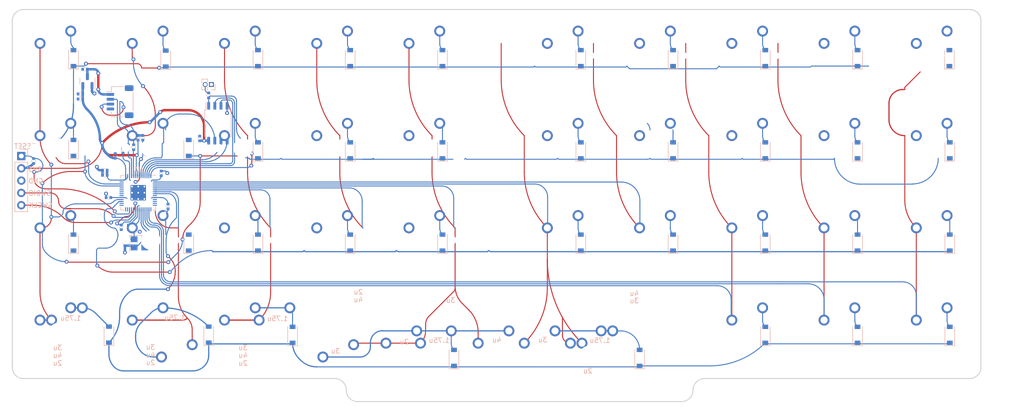
<source format=kicad_pcb>
(kicad_pcb (version 20221018) (generator pcbnew)
  (layers (0 "F.Cu" signal) (31 "B.Cu" signal) (34 "B.Paste" user) (35 "F.Paste" user) (36 "B.SilkS" user "B.Silkscreen") (37 "F.SilkS" user "F.Silkscreen") (38 "B.Mask" user) (39 "F.Mask" user) (44 "Edge.Cuts" user))
  (net 0 "")
  (net 1 "+1V1")
  (net 2 "GND")
  (net 3 "+3V3")
  (net 4 "XTAL_IN")
  (net 5 "Net-(C_Crystal2-Pad2)")
  (net 6 "+5V")
  (net 7 "row0")
  (net 8 "Net-(D1-A)")
  (net 9 "row1")
  (net 10 "row2")
  (net 11 "row3")
  (net 12 "Net-(D2-A)")
  (net 13 "Net-(D3-A)")
  (net 14 "Net-(D4-A)")
  (net 15 "Net-(D5-A)")
  (net 16 "Net-(D6-A)")
  (net 17 "Net-(D7-A)")
  (net 18 "Net-(D8-A)")
  (net 19 "Net-(D9-A)")
  (net 20 "Net-(D10-A)")
  (net 21 "Net-(D11-A)")
  (net 22 "Net-(D12-A)")
  (net 23 "Net-(D13-A)")
  (net 24 "Net-(D14-A)")
  (net 25 "Net-(D15-A)")
  (net 26 "Net-(D16-A)")
  (net 27 "Net-(D17-A)")
  (net 28 "Net-(D18-A)")
  (net 29 "Net-(D19-A)")
  (net 30 "Net-(D20-A)")
  (net 31 "Net-(D21-A)")
  (net 32 "Net-(D22-A)")
  (net 33 "Net-(D23-A)")
  (net 34 "Net-(D24-A)")
  (net 35 "Net-(D25-A)")
  (net 36 "Net-(D26-A)")
  (net 37 "Net-(D27-A)")
  (net 38 "Net-(D28-A)")
  (net 39 "Net-(D29-A)")
  (net 40 "Net-(D30-A)")
  (net 41 "D-")
  (net 42 "D+")
  (net 43 "RESET")
  (net 44 "SWDIO")
  (net 45 "SWCLK")
  (net 46 "col0")
  (net 47 "col1")
  (net 48 "col2")
  (net 49 "col3")
  (net 50 "col4")
  (net 51 "col5")
  (net 52 "col6")
  (net 53 "col7")
  (net 54 "col8")
  (net 55 "col9")
  (net 56 "XTAL_OUT")
  (net 57 "Net-(D31-A)")
  (net 58 "Net-(D32-A)")
  (net 59 "Net-(R_Flash1-Pad1)")
  (net 60 "CS")
  (net 61 "Net-(D33-A)")
  (net 62 "Net-(D34-A)")
  (net 63 "Net-(D35-A)")
  (net 64 "Net-(D36-A)")
  (net 65 "Net-(D37-A)")
  (net 66 "Net-(D38-A)")
  (net 67 "Net-(U1-USB_DP)")
  (net 68 "Net-(U1-USB_DM)")
  (net 77 "SD3")
  (net 78 "QSPI_CLK")
  (net 79 "SD0")
  (net 80 "SD2")
  (net 81 "SD1")
  (footprint "MX_Only:MXOnly-1U-NoLED" (layer "F.Cu") (at 235.45 55.3)
    (fp_text reference "MX35")
    (fp_text value "MX-NoLED")
  )
  (footprint "MX_Only:MXOnly-1U-NoLED" (layer "F.Cu") (at 54.475 112.45)
    (fp_text reference "MX4")
    (fp_text value "MX-NoLED")
  )
  (footprint "MX_Only:MXOnly-1U-NoLED" (layer "F.Cu") (at 54.475 55.3)
    (fp_text reference "MX1")
    (fp_text value "MX-NoLED")
  )
  (footprint "MX_Only:MXOnly-1U-NoLED" (layer "F.Cu") (at 159.25 93.4)
    (fp_text reference "MX22")
    (fp_text value "MX-NoLED")
  )
  (footprint "MX_Only:MXOnly-1U-NoLED" (layer "F.Cu") (at 130.675 74.35)
    (fp_text reference "MX17")
    (fp_text value "MX-NoLED")
  )
  (footprint "MX_Only:MXOnly-1U-NoLED" (layer "F.Cu") (at 54.475 74.35)
    (fp_text reference "MX2")
    (fp_text value "MX-NoLED")
  )
  (footprint "MX_Only:MXOnly-1U-NoLED" (layer "F.Cu") (at 92.575 93.4)
    (fp_text reference "MX11")
    (fp_text value "MX-NoLED")
  )
  (footprint "MX_Only:MXOnly-3U-ReversedStabilizers-NoLED" (layer "F.Cu") (at 154.4875 117.2125)
    (fp_text reference "MX23")
    (fp_text value "MX-NoLED")
  )
  (footprint "MX_Only:MXOnly-1U-NoLED" (layer "F.Cu") (at 92.575 74.35)
    (fp_text reference "MX10")
    (fp_text value "MX-NoLED")
  )
  (footprint "MX_Only:MXOnly-1U-NoLED" (layer "F.Cu") (at 130.675 93.4)
    (fp_text reference "MX18")
    (fp_text value "MX-NoLED")
  )
  (footprint "MX_Only:MXOnly-1U-NoLED" (layer "F.Cu") (at 197.35 112.45)
    (fp_text reference "MX30")
    (fp_text value "MX-NoLED")
  )
  (footprint "MX_Only:MXOnly-1.25U-NoLED" (layer "F.Cu") (at 99.71875 112.45)
    (fp_text reference "MX12")
    (fp_text value "MX-NoLED")
  )
  (footprint "MX_Only:MXOnly-2U-NoLED" (layer "F.Cu") (at 164.0125 117.2125)
    (fp_text reference "MX23")
    (fp_text value "MX-NoLED")
  )
  (footprint "MX_Only:MXOnly-1U-NoLED" (layer "F.Cu") (at 111.625 112.45 180)
    (fp_text reference "MX19")
    (fp_text value "MX-NoLED")
  )
  (footprint "MX_Only:MXOnly-1.25U-NoLED" (layer "F.Cu") (at 56.85625 112.45)
    (fp_text reference "MX4")
    (fp_text value "MX-NoLED")
  )
  (footprint "MX_Only:MXOnly-1U-NoLED" (layer "F.Cu") (at 216.4 93.4)
    (fp_text reference "MX33")
    (fp_text value "MX-NoLED")
  )
  (footprint "MX_Only:MXOnly-1U-NoLED" (layer "F.Cu") (at 111.625 55.3)
    (fp_text reference "MX13")
    (fp_text value "MX-NoLED")
  )
  (footprint "MX_Only:MXOnly-1U-NoLED" (layer "F.Cu") (at 197.35 93.4)
    (fp_text reference "MX29")
    (fp_text value "MX-NoLED")
  )
  (footprint "MX_Only:MXOnly-1U-NoLED" (layer "F.Cu") (at 111.625 93.4)
    (fp_text reference "MX15")
    (fp_text value "MX-NoLED")
  )
  (footprint "MX_Only:MXOnly-1U-NoLED" (layer "F.Cu") (at 111.625 74.35)
    (fp_text reference "MX14")
    (fp_text value "MX-NoLED")
  )
  (footprint "MX_Only:MXOnly-1U-NoLED" (layer "F.Cu") (at 130.675 55.3)
    (fp_text reference "MX16")
    (fp_text value "MX-NoLED")
  )
  (footprint "MX_Only:MXOnly-1U-NoLED" (layer "F.Cu") (at 73.525 55.3)
    (fp_text reference "MX5")
    (fp_text value "MX-NoLED")
  )
  (footprint "MX_Only:MXOnly-1U-NoLED" (layer "F.Cu") (at 178.3 55.3)
    (fp_text reference "MX24")
    (fp_text value "MX-NoLED")
  )
  (footprint "MX_Only:MXOnly-1U-NoLED" (layer "F.Cu") (at 159.25 74.35)
    (fp_text reference "MX21")
    (fp_text value "MX-NoLED")
  )
  (footprint "MX_Only:MXOnly-1U-NoLED" (layer "F.Cu") (at 216.4 74.35)
    (fp_text reference "MX32")
    (fp_text value "MX-NoLED")
  )
  (footprint "MX_Only:MXOnly-1U-NoLED" (layer "F.Cu") (at 235.45 112.45)
    (fp_text reference "MX38")
    (fp_text value "MX-NoLED")
  )
  (footprint "MX_Only:MXOnly-1U-NoLED" (layer "F.Cu") (at 159.25 55.3)
    (fp_text reference "MX20")
    (fp_text value "MX-NoLED")
  )
  (footprint "MX_Only:MXOnly-1U-NoLED" (layer "F.Cu") (at 78.2875 112.45 180)
    (fp_text reference "MX8")
    (fp_text value "MX-NoLED")
  )
  (footprint "MX_Only:MXOnly-1U-NoLED" (layer "F.Cu") (at 73.525 74.35)
    (fp_text reference "MX6")
    (fp_text value "MX-NoLED")
  )
  (footprint "MX_Only:MXOnly-1U-NoLED" (layer "F.Cu") (at 235.45 74.35)
    (fp_text reference "MX36")
    (fp_text value "MX-NoLED")
  )
  (footprint "MX_Only:MXOnly-1U-NoLED" (layer "F.Cu") (at 235.45 93.4)
    (fp_text reference "MX37")
    (fp_text value "MX-NoLED")
  )
  (footprint "MX_Only:MXOnly-1U-NoLED" (layer "F.Cu") (at 73.525 112.45)
    (fp_text reference "MX8")
    (fp_text value "MX-NoLED")
  )
  (footprint "MX_Only:MXOnly-1U-NoLED" (layer "F.Cu") (at 178.3 93.4)
    (fp_text reference "MX26")
    (fp_text value "MX-NoLED")
  )
  (footprint "Other Footprints:MXOnly-4U-ReversedStabilizers-NoLED" (layer "F.Cu") (at 144.9625 117.2125)
    (fp_text reference "MX19")
    (fp_text value "MX-NoLED")
  )
  (footprint "MX_Only:MXOnly-1U-NoLED" (layer "F.Cu") (at 92.575 55.3)
    (fp_text reference "MX9")
    (fp_text value "MX-NoLED")
  )
  (footprint "MX_Only:MXOnly-1.75U-NoLED" (layer "F.Cu") (at 133.05625 117.2125)
    (fp_text reference "MX19")
    (fp_text value "MX-NoLED")
  )
  (footprint "MX_Only:MXOnly-1.75U-NoLED" (layer "F.Cu") (at 166.39375 117.2125)
    (fp_text reference "MX23")
    (fp_text value "MX-NoLED")
  )
  (footprint "MX_Only:MXOnly-1U-NoLED" (layer "F.Cu") (at 73.525 93.4)
    (fp_text reference "MX7")
    (fp_text value "MX-NoLED")
  )
  (footprint "MX_Only:MXOnly-1U-NoLED" (layer "F.Cu") (at 92.575 112.45)
    (fp_text reference "MX12")
    (fp_text value "MX-NoLED")
  )
  (footprint "MX_Only:MXOnly-1U-NoLED" (layer "F.Cu") (at 54.475 93.4)
    (fp_text reference "MX3")
    (fp_text value "MX-NoLED")
  )
  (footprint "MX_Only:MXOnly-1U-NoLED" (layer "F.Cu") (at 197.35 55.3)
    (fp_text reference "MX27")
    (fp_text value "MX-NoLED")
  )
  (footprint "MX_Only:MXOnly-1U-NoLED" (layer "F.Cu") (at 197.35 74.35)
    (fp_text reference "MX28")
    (fp_text value "MX-NoLED")
  )
  (footprint "MX_Only:MXOnly-1U-NoLED" (layer "F.Cu") (at 178.3 74.35)
    (fp_text reference "MX25")
    (fp_text value "MX-NoLED")
  )
  (footprint "MX_Only:MXOnly-1U-NoLED" (layer "F.Cu") (at 216.4 112.45)
    (fp_text reference "MX34")
    (fp_text value "MX-NoLED")
  )
  (footprint "MX_Only:MXOnly-2U-NoLED" (layer "F.Cu") (at 125.9125 117.2125)
    (fp_text reference "MX19")
    (fp_text value "MX-NoLED")
  )
  (footprint "MX_Only:MXOnly-1U-NoLED" (layer "F.Cu") (at 216.4 55.3)
    (fp_text reference "MX31")
    (fp_text value "MX-NoLED")
  )
  (footprint "Capacitor_SMD:C_0402_1005Metric" (layer "B.Cu") (at 71.9 72.25 90)
    (fp_text reference "C_1V-Decoup2" hide)
    (fp_text value ".1u")
  )
  (footprint "Diode_SMD:D_SOD-123" (layer "B.Cu") (at 81.375 74.35 90)
    (fp_text reference "D6" hide)
    (fp_text value "D_Small")
  )
  (footprint "Diode_SMD:D_SOD-123" (layer "B.Cu") (at 114.725 74.85 90)
    (fp_text reference "D14" hide)
    (fp_text value "D_Small")
  )
  (footprint "Capacitor_SMD:C_0402_1005Metric" (layer "B.Cu") (at 74.2 94.05 -90)
    (fp_text reference "C_Crystal1" hide)
    (fp_text value "22pF")
  )
  (footprint "Diode_SMD:D_SOD-123" (layer "B.Cu") (at 238.55 93.9 90)
    (fp_text reference "D37" hide)
    (fp_text value "D_Small")
  )
  (footprint "Resistor_SMD:R_0402_1005Metric" (layer "B.Cu") (at 70.1 90.75 90)
    (fp_text reference "R_Crystal1" hide)
    (fp_text value "1k")
  )
  (footprint "Diode_SMD:D_SOD-123" (layer "B.Cu") (at 133.775 74.85 90)
    (fp_text reference "D17" hide)
    (fp_text value "D_Small")
  )
  (footprint "Resistor_SMD:R_0402_1005Metric" (layer "B.Cu") (at 85.5 63.5 -90)
    (fp_text reference "R_Flash1" hide)
    (fp_text value "1k")
  )
  (footprint "Connector_PinHeader_1.27mm:PinHeader_1x02_P1.27mm_Vertical" (layer "B.Cu") (at 86.05 61.25 90)
    (fp_text reference "SW1" hide)
    (fp_text value "Reset")
  )
  (footprint "Diode_SMD:D_SOD-123" (layer "B.Cu") (at 85.5 112.9 90)
    (fp_text reference "D8" hide)
    (fp_text value "D_Small")
  )
  (footprint "Diode_SMD:D_SOD-123" (layer "B.Cu") (at 162.35 55.8 90)
    (fp_text reference "D20" hide)
    (fp_text value "D_Small")
  )
  (footprint "Diode_SMD:D_SOD-123" (layer "B.Cu") (at 114.725 93.9 90)
    (fp_text reference "D15" hide)
    (fp_text value "D_Small")
  )
  (footprint "Diode_SMD:D_SOD-123" (layer "B.Cu") (at 219.5 55.8 90)
    (fp_text reference "D31" hide)
    (fp_text value "D_Small")
  )
  (footprint "Capacitor_SMD:C_0402_1005Metric" (layer "B.Cu") (at 66.2 76 90)
    (fp_text reference "C_3V-Decoup2" hide)
    (fp_text value "1u")
  )
  (footprint "Diode_SMD:D_SOD-123" (layer "B.Cu") (at 114.725 55.8 90)
    (fp_text reference "D13" hide)
    (fp_text value "D_Small")
  )
  (footprint "Diode_SMD:D_SOD-123" (layer "B.Cu") (at 174.49375 117.7125 90)
    (fp_text reference "D23" hide)
    (fp_text value "D_Small")
  )
  (footprint "Capacitor_SMD:C_0402_1005Metric" (layer "B.Cu") (at 64.05 78.95 180)
    (fp_text reference "C_3V-Decoup7" hide)
    (fp_text value ".1u")
  )
  (footprint "Diode_SMD:D_SOD-123" (layer "B.Cu") (at 219.5 74.85 90)
    (fp_text reference "D32" hide)
    (fp_text value "D_Small")
  )
  (footprint "Diode_SMD:D_SOD-123" (layer "B.Cu") (at 64.9 112.9 90)
    (fp_text reference "D4" hide)
    (fp_text value "D_Small")
  )
  (footprint "Capacitor_SMD:C_0402_1005Metric" (layer "B.Cu") (at 75.7 79.6 90)
    (fp_text reference "C_3V-Decoup9" hide)
    (fp_text value ".1u")
  )
  (footprint "Capacitor_SMD:C_0402_1005Metric" (layer "B.Cu") (at 64.8 84.6 180)
    (fp_text reference "C_3V-Decoup4" hide)
    (fp_text value ".1u")
  )
  (footprint "Diode_SMD:D_SOD-123" (layer "B.Cu") (at 181.4 93.9 90)
    (fp_text reference "D26" hide)
    (fp_text value "D_Small")
  )
  (footprint "Diode_SMD:D_SOD-123" (layer "B.Cu") (at 200.45 74.85 90)
    (fp_text reference "D28" hide)
    (fp_text value "D_Small")
  )
  (footprint "Resistor_SMD:R_0402_1005Metric" (layer "B.Cu") (at 70 74.2 -90)
    (fp_text reference "R_DATA1" hide)
    (fp_text value "27")
  )
  (footprint "Capacitor_SMD:C_0402_1005Metric" (layer "B.Cu") (at 68.95 90.75 -90)
    (fp_text reference "C_3V-Decoup8" hide)
    (fp_text value ".1u")
  )
  (footprint "Capacitor_SMD:C_0402_1005Metric" (layer "B.Cu") (at 83.65 72.4 90)
    (fp_text reference "C_Flash1" hide)
    (fp_text value ".1u")
  )
  (footprint "Diode_SMD:D_SOD-123" (layer "B.Cu") (at 95.675 74.85 90)
    (fp_text reference "D10" hide)
    (fp_text value "D_Small")
  )
  (footprint "Diode_SMD:D_SOD-123" (layer "B.Cu") (at 238.46875 55.8 90)
    (fp_text reference "D35" hide)
    (fp_text value "D_Small")
  )
  (footprint "Diode_SMD:D_SOD-123" (layer "B.Cu") (at 238.55 112.95 90)
    (fp_text reference "D38" hide)
    (fp_text value "D_Small")
  )
  (footprint "Diode_SMD:D_SOD-123" (layer "B.Cu") (at 136.15625 117.7125 90)
    (fp_text reference "D19" hide)
    (fp_text value "D_Small")
  )
  (footprint "Package_TO_SOT_SMD:SOT-23" (layer "B.Cu") (at 60.45 60.55 90)
    (fp_text reference "U3" hide)
    (fp_text value "XC6206PxxxMR")
  )
  (footprint "Diode_SMD:D_SOD-123" (layer "B.Cu") (at 181.4 74.85 90)
    (fp_text reference "D25" hide)
    (fp_text value "D_Small")
  )
  (footprint "Diode_SMD:D_SOD-123" (layer "B.Cu") (at 95.675 93.9 90)
    (fp_text reference "D11" hide)
    (fp_text value "D_Small")
  )
  (footprint "Capacitor_SMD:C_0402_1005Metric" (layer "B.Cu") (at 67.45 90.75 -90)
    (fp_text reference "C_1V-Decoup3" hide)
    (fp_text value ".1u")
  )
  (footprint "Diode_SMD:D_SOD-123" (layer "B.Cu") (at 133.775 93.9 90)
    (fp_text reference "D18" hide)
    (fp_text value "D_Small")
  )
  (footprint "Diode_SMD:D_SOD-123" (layer "B.Cu") (at 219.5 112.95 90)
    (fp_text reference "D34" hide)
    (fp_text value "D_Small")
  )
  (footprint "Diode_SMD:D_SOD-123" (layer "B.Cu") (at 57.575 74.35 90)
    (fp_text reference "D2" hide)
    (fp_text value "D_Small")
  )
  (footprint "Diode_SMD:D_SOD-123" (layer "B.Cu") (at 57.575 93.9 90)
    (fp_text reference "D3" hide)
    (fp_text value "D_Small")
  )
  (footprint "Diode_SMD:D_SOD-123" (layer "B.Cu") (at 200.45 93.9 90)
    (fp_text reference "D29" hide)
    (fp_text value "D_Small")
  )
  (footprint "Diode_SMD:D_SOD-123" (layer "B.Cu") (at 133.775 55.8 90)
    (fp_text reference "D16" hide)
    (fp_text value "D_Small")
  )
  (footprint "Capacitor_SMD:C_0402_1005Metric" (layer "B.Cu") (at 77.1 86.45 -90)
    (fp_text reference "C_3V-Decoup6" hide)
    (fp_text value ".1u")
  )
  (footprint "Diode_SMD:D_SOD-123" (layer "B.Cu") (at 200.45 112.95 90)
    (fp_text reference "D30" hide)
    (fp_text value "D_Small")
  )
  (footprint "Diode_SMD:D_SOD-123" (layer "B.Cu") (at 57.575 55.8 90)
    (fp_text reference "D1" hide)
    (fp_text value "D_Small")
  )
  (footprint "Capacitor_SMD:C_0402_1005Metric" (layer "B.Cu") (at 59 64.25 180)
    (fp_text reference "C_3V-Decoup1" hide)
    (fp_text value "10u")
  )
  (footprint "Capacitor_SMD:C_0402_1005Metric" (layer "B.Cu") (at 59.95 58.1 180)
    (fp_text reference "C_LD1" hide)
    (fp_text value "1u")
  )
  (footprint "Resistor_SMD:R_0402_1005Metric" (layer "B.Cu") (at 49.35 77.05 90)
    (fp_text reference "R_RST1" hide)
    (fp_text value "1k")
  )
  (footprint "Package_SO:SOIC-8_5.23x5.23mm_P1.27mm" (layer "B.Cu") (at 87.4 69.25 -90)
    (fp_text reference "U2" hide)
    (fp_text value "W25Q128JVS")
  )
  (footprint "Diode_SMD:D_SOD-123" (layer "B.Cu") (at 219.5 93.9 90)
    (fp_text reference "D33" hide)
    (fp_text value "D_Small")
  )
  (footprint "Diode_SMD:D_SOD-123" (layer "B.Cu") (at 238.55 74.85 90)
    (fp_text reference "D36" hide)
    (fp_text value "D_Small")
  )
  (footprint "Diode_SMD:D_SOD-123" (layer "B.Cu") (at 81.375 93.9 90)
    (fp_text reference "D7" hide)
    (fp_text value "D_Small")
  )
  (footprint "Diode_SMD:D_SOD-123" (layer "B.Cu") (at 102.81875 112.95 90)
    (fp_text reference "D12" hide)
    (fp_text value "D_Small")
  )
  (footprint "Capacitor_SMD:C_0402_1005Metric" (layer "B.Cu") (at 67.8 74.93 90)
    (fp_text reference "C_1V-Decoup1" hide)
    (fp_text value "1u")
  )
  (footprint "Capacitor_SMD:C_0402_1005Metric" (layer "B.Cu") (at 70.9 72.25 90)
    (fp_text reference "C_3V-Decoup3" hide)
    (fp_text value ".1u")
  )
  (footprint "Diode_SMD:D_SOD-123" (layer "B.Cu") (at 162.35 93.9 90)
    (fp_text reference "D22" hide)
    (fp_text value "D_Small")
  )
  (footprint "cipulot_parts:RP2040-QFN-56" (layer "B.Cu") (at 70.95 83.6 180)
    (fp_text reference "U1")
    (fp_text value "RP2040")
  )
  (footprint "Connector_PinHeader_2.54mm:PinHeader_1x05_P2.54mm_Vertical" (layer "B.Cu") (at 46.8 76.025 180)
    (fp_text reference "J2" hide)
    (fp_text value "SWD")
  )
  (footprint "Diode_SMD:D_SOD-123" (layer "B.Cu") (at 200.45 55.8 90)
    (fp_text reference "D27" hide)
    (fp_text value "D_Small")
  )
  (footprint "Capacitor_SMD:C_0402_1005Metric" (layer "B.Cu") (at 68.2 94.05 90)
    (fp_text reference "C_Crystal2" hide)
    (fp_text value "22pF")
  )
  (footprint "Diode_SMD:D_SOD-123" (layer "B.Cu") (at 95.675 55.8 90)
    (fp_text reference "D9" hide)
    (fp_text value "D_Small")
  )
  (footprint "Diode_SMD:D_SOD-123" (layer "B.Cu") (at 181.4 55.8 90)
    (fp_text reference "D24" hide)
    (fp_text value "D_Small")
  )
  (footprint "Capacitor_SMD:C_0402_1005Metric" (layer "B.Cu") (at 64.05 80 180)
    (fp_text reference "C_3V-Decoup5" hide)
    (fp_text value ".1u")
  )
  (footprint "Resistor_SMD:R_0402_1005Metric" (layer "B.Cu") (at 68.9 74.2 -90)
    (fp_text reference "R_DATA2" hide)
    (fp_text value "27")
  )
  (footprint "Capacitor_SMD:C_0402_1005Metric" (layer "B.Cu") (at 59 63.2 180)
    (fp_text reference "C_LD2" hide)
    (fp_text value "1u")
  )
  (footprint "Connector_JST:JST_SH_SM04B-SRSS-TB_1x04-1MP_P1.00mm_Horizontal" (layer "B.Cu") (at 67.2 64.8 -90)
    (fp_text reference "J1" hide)
    (fp_text value "SM04B")
  )
  (footprint "Diode_SMD:D_SOD-123" (layer "B.Cu") (at 162.35 74.85 90)
    (fp_text reference "D21" hide)
    (fp_text value "D_Small")
  )
  (footprint "Crystal:Crystal_SMD_3225-4Pin_3.2x2.5mm" (layer "B.Cu") (at 71.2 94.05)
    (fp_text reference "Y1" hide)
    (fp_text value "12MHz")
  )
  (footprint "Diode_SMD:D_SOD-123" (layer "B.Cu") (at 76.625 55.9 90)
    (fp_text reference "D5" hide)
    (fp_text value "D_Small")
  )
  (gr_line (start 47.05 121.975) (end 111.625 121.975) (stroke (width 0.2)) (layer "Edge.Cuts"))
  (gr_arc (start 44.95 47.872945) (mid 45.727532 46.340679) (end 47.35 45.775) (stroke (width 0.2)) (layer "Edge.Cuts"))
  (gr_line locked (start 44.95 55.3) (end 44.95 82.5) (stroke (width 0.2)) (layer "Edge.Cuts"))
  (gr_line (start 47.35 45.775) (end 242.9 45.775) (stroke (width 0.2)) (layer "Edge.Cuts"))
  (gr_arc (start 111.625 121.975) (mid 113.309862 122.783882) (end 113.929273 124.547226) (stroke (width 0.2)) (layer "Edge.Cuts"))
  (gr_line (start 44.95 82.5) (end 44.95 119.55) (stroke (width 0.2)) (layer "Edge.Cuts"))
  (gr_arc (start 47.05 121.975) (mid 45.511866 121.185214) (end 44.95 119.55) (stroke (width 0.2)) (layer "Edge.Cuts"))
  (gr_arc (start 244.975 119.861866) (mid 244.195166 121.403494) (end 242.564786 121.975) (stroke (width 0.2)) (layer "Edge.Cuts"))
  (gr_arc (start 116.4 126.7375) (mid 114.711016 126.154067) (end 113.929273 124.547226) (stroke (width 0.2)) (layer "Edge.Cuts"))
  (gr_arc (start 185.520727 124.518012) (mid 186.146189 122.769276) (end 187.825 121.975) (stroke (width 0.2)) (layer "Edge.Cuts"))
  (gr_line (start 187.825 121.975) (end 242.564786 121.975) (stroke (width 0.2)) (layer "Edge.Cuts"))
  (gr_line (start 44.95 55.3) (end 44.95 47.872945) (stroke (width 0.2)) (layer "Edge.Cuts"))
  (gr_line (start 116.4 126.7375) (end 183.05 126.7375) (stroke (width 0.2)) (layer "Edge.Cuts"))
  (gr_arc (start 242.9 45.775) (mid 244.417529 46.550009) (end 244.975 48.160214) (stroke (width 0.2)) (layer "Edge.Cuts"))
  (gr_line (start 244.975 48.160214) (end 244.975 119.861866) (stroke (width 0.2)) (layer "Edge.Cuts"))
  (gr_arc (start 185.520727 124.518012) (mid 184.745035 126.13946) (end 183.05 126.7375) (stroke (width 0.2)) (layer "Edge.Cuts"))
  (gr_text "1.75u" (at 166.3 114.1) (layer "B.SilkS") (effects (font (size 1 1)) (justify mirror)))
  (gr_text "3V3" (at 49.7 78.8) (layer "B.SilkS") (effects (font (size 1 1)) (justify mirror)))
  (gr_text "4u" (at 173.4 104.4) (layer "B.SilkS") (effects (font (size 1 1)) (justify mirror)))
  (gr_text "2u" (at 116.4 104.1) (layer "B.SilkS") (effects (font (size 1 1)) (justify mirror)))
  (gr_text "3u\n4u" (at 73.5 116.3) (layer "B.SilkS") (effects (font (size 1 1)) (justify mirror)))
  (gr_text "3u" (at 154.5 114) (layer "B.SilkS") (effects (font (size 1 1)) (justify mirror)))
  (gr_text "3u\n4u" (at 54.3 116.4) (layer "B.SilkS") (effects (font (size 1 1)) (justify mirror)))
  (gr_text "RESET" (at 47.6 74) (layer "B.SilkS") (effects (font (size 1 1)) (justify mirror)))
  (gr_text "GND" (at 49.8 81.2) (layer "B.SilkS") (effects (font (size 1 1)) (justify mirror)))
  (gr_text "2u" (at 163.8 120.4) (layer "B.SilkS") (effects (font (size 1 1)) (justify mirror)))
  (gr_text "3u" (at 135.5 105.8) (layer "B.SilkS") (effects (font (size 1 1)) (justify mirror)))
  (gr_text "4u" (at 116.4 105.7) (layer "B.SilkS") (effects (font (size 1 1)) (justify mirror)))
  (gr_text "2u" (at 73.5 118.7) (layer "B.SilkS") (effects (font (size 1 1)) (justify mirror)))
  (gr_text "SWCLK" (at 50.8 86.2) (layer "B.SilkS") (effects (font (size 1 1)) (justify mirror)))
  (gr_text "1.75u" (at 99.7 109.6) (layer "B.SilkS") (effects (font (size 1 1)) (justify mirror)))
  (gr_text "4u" (at 145 114) (layer "B.SilkS") (effects (font (size 1 1)) (justify mirror)))
  (gr_text "SWDIO" (at 50.6 83.7) (layer "B.SilkS") (effects (font (size 1 1)) (justify mirror)))
  (gr_text "1.75u" (at 57 109.5) (layer "B.SilkS") (effects (font (size 1 1)) (justify mirror)))
  (gr_text "2u" (at 54.3 118.8) (layer "B.SilkS") (effects (font (size 1 1)) (justify mirror)))
  (gr_text "1.75u" (at 133.1 114.1) (layer "B.SilkS") (effects (font (size 1 1)) (justify mirror)))
  (gr_text "3u" (at 111.7 116.3) (layer "B.SilkS") (effects (font (size 1 1)) (justify mirror)))
  (gr_text "1.75u" (at 78.5 109.4) (layer "B.SilkS") (effects (font (size 1 1)) (justify mirror)))
  (gr_text "2u" (at 125.9 114.4) (layer "B.SilkS") (effects (font (size 1 1)) (justify mirror)))
  (gr_text "2u" (at 92.6 118.8) (layer "B.SilkS") (effects (font (size 1 1)) (justify mirror)))
  (gr_text "3u\n4u" (at 92.6 116.4) (layer "B.SilkS") (effects (font (size 1 1)) (justify mirror)))
  (gr_text "3u" (at 173.4 105.9) (layer "B.SilkS") (effects (font (size 1 1)) (justify mirror)))
  (segment (start 69.2 88.25) (end 69.430761 88.019239) (width 0.2) (layer "F.Cu") (net 1))
  (segment (start 66.6 89.95) (end 67.661091 88.888909) (width 0.2) (layer "F.Cu") (net 1))
  (segment (start 71.2 80.55) (end 71.2 77.374264) (width 0.2) (layer "F.Cu") (net 1))
  (segment (start 69.197488 88.252513) (end 69.2 88.25) (width 0.2) (layer "F.Cu") (net 1))
  (via (at 71.5 76.65) (size 0.8) (drill 0.4) (layers "F.Cu" "B.Cu") (net 1))
  (via (at 70.4 81.35) (size 0.8) (drill 0.4) (layers "F.Cu" "B.Cu") (net 1))
  (via (at 66.6 89.95) (size 0.8) (drill 0.4) (layers "F.Cu" "B.Cu") (net 1))
  (via (at 70.35 85.8) (size 0.8) (drill 0.4) (layers "F.Cu" "B.Cu") (net 1))
  (arc (start 71.2 77.374264) (mid 71.277967 76.982296) (end 71.5 76.65) (width 0.2) (layer "F.Cu") (net 1))
  (arc (start 67.661091 88.888909) (mid 68.091866 88.601074) (end 68.6 88.5) (width 0.2) (layer "F.Cu") (net 1))
  (arc (start 70.4 81.35) (mid 70.965685 81.115685) (end 71.2 80.55) (width 0.2) (layer "F.Cu") (net 1))
  (arc (start 68.6 88.5) (mid 68.923358 88.43568) (end 69.197488 88.252513) (width 0.2) (layer "F.Cu") (net 1))
  (arc (start 69.430761 88.019239) (mid 70.111098 87.001043) (end 70.35 85.8) (width 0.2) (layer "F.Cu") (net 1))
  (segment (start 70.35 87.0375) (end 70.35 88.484314) (width 0.2) (layer "B.Cu") (net 1))
  (segment (start 67.8 76.2) (end 67.8 75.41) (width 0.2) (layer "B.Cu") (net 1))
  (segment (start 69.15 80.1625) (end 69.15 80.85) (width 0.2) (layer "B.Cu") (net 1))
  (segment (start 70.35 87.0375) (end 70.35 85.8) (width 0.2) (layer "B.Cu") (net 1))
  (segment (start 67.45 90.27) (end 67.372548 90.27) (width 0.2) (layer "B.Cu") (net 1))
  (segment (start 71.15 77.494974) (end 71.15 80.1625) (width 0.2) (layer "B.Cu") (net 1))
  (segment (start 70.35 88.484314) (end 69.184314 89.65) (width 0.2) (layer "B.Cu") (net 1))
  (segment (start 71.9 72.73) (end 71.9 75.684315) (width 0.2) (layer "B.Cu") (net 1))
  (segment (start 68.07 89.65) (end 67.45 90.27) (width 0.2) (layer "B.Cu") (net 1))
  (segment (start 69.184314 89.65) (end 68.07 89.65) (width 0.2) (layer "B.Cu") (net 1))
  (segment (start 69.15 80.1625) (end 69.15 77.55) (width 0.2) (layer "B.Cu") (net 1))
  (arc (start 67.372548 90.27) (mid 66.954448 90.186835) (end 66.6 89.95) (width 0.2) (layer "B.Cu") (net 1))
  (arc (start 69.15 77.55) (mid 68.988909 77.161091) (end 68.6 77) (width 0.2) (layer "B.Cu") (net 1))
  (arc (start 71.9 75.684315) (mid 71.796043 76.20694) (end 71.5 76.65) (width 0.2) (layer "B.Cu") (net 1))
  (arc (start 69.15 80.85) (mid 69.208579 80.991421) (end 69.35 81.05) (width 0.2) (layer "B.Cu") (net 1))
  (arc (start 68.6 77) (mid 68.034315 76.765685) (end 67.8 76.2) (width 0.2) (layer "B.Cu") (net 1))
  (arc (start 71.5 76.65) (mid 71.240962 77.037677) (end 71.15 77.494974) (width 0.2) (layer "B.Cu") (net 1))
  (via (at 61.9 63.1) (size 0.8) (drill 0.4) (layers "F.Cu" "B.Cu") (net 2))
  (via (at 89.3 67.15) (size 0.8) (drill 0.4) (layers "F.Cu" "B.Cu") (net 2))
  (via (at 76.95 79.55) (size 0.8) (drill 0.4) (layers "F.Cu" "B.Cu") (net 2))
  (via (at 68.2 95.95) (size 0.8) (drill 0.4) (layers "F.Cu" "B.Cu") (net 2))
  (via (at 76.5 87.7) (size 0.8) (drill 0.4) (layers "F.Cu" "B.Cu") (net 2))
  (via (at 74.2 92.55) (size 0.8) (drill 0.4) (layers "F.Cu" "B.Cu") (net 2))
  (via (at 71.25 91.65) (size 0.8) (drill 0.4) (layers "F.Cu" "B.Cu") (net 2))
  (via (at 64.3 83.8) (size 0.8) (drill 0.4) (layers "F.Cu" "B.Cu") (net 2))
  (via (at 62.4 78.25) (size 0.8) (drill 0.4) (layers "F.Cu" "B.Cu") (net 2))
  (segment (start 89.305 65.65) (end 89.305 67.145) (width 0.2) (layer "B.Cu") (net 2))
  (segment (start 77.1 86.93) (end 77.1 87.1) (width 0.2) (layer "B.Cu") (net 2))
  (segment (start 75.7 79.12) (end 76.52 79.12) (width 0.2) (layer "B.Cu") (net 2))
  (segment (start 70.5 94.9) (end 70.1 94.9) (width 0.2) (layer "B.Cu") (net 2))
  (segment (start 74.2 93.57) (end 74.2 92.55) (width 0.5) (layer "B.Cu") (net 2))
  (segment (start 63.57 80) (end 63.57 78.95) (width 0.5) (layer "B.Cu") (net 2))
  (segment (start 68.2 94.53) (end 69.206741 94.53) (width 0.5) (layer "B.Cu") (net 2))
  (segment (start 63.57 78.95) (end 63.1 78.95) (width 0.5) (layer "B.Cu") (net 2))
  (segment (start 68.2 94.53) (end 68.2 95.95) (width 0.5) (layer "B.Cu") (net 2))
  (segment (start 71.95 87.0375) (end 71.95 89.664932) (width 0.2) (layer "B.Cu") (net 2))
  (segment (start 64.32 84.6) (end 64.32 83.848284) (width 0.2) (layer "B.Cu") (net 2))
  (segment (start 70.9 71.77) (end 71.9 71.77) (width 0.5) (layer "B.Cu") (net 2))
  (segment (start 72.3 93.2) (end 72.2 93.2) (width 0.2) (layer "B.Cu") (net 2))
  (segment (start 72.292995 90.492995) (end 74.093934 92.293934) (width 0.2) (layer "B.Cu") (net 2))
  (segment (start 61.4 61.4875) (end 61.4 62.6) (width 0.5) (layer "B.Cu") (net 2))
  (segment (start 72.2 93.2) (end 70.5 94.9) (width 0.2) (layer "B.Cu") (net 2))
  (arc (start 61.4 62.6) (mid 61.546447 62.953553) (end 61.9 63.1) (width 0.5) (layer "B.Cu") (net 2))
  (arc (start 89.305 67.145) (mid 89.303536 67.148536) (end 89.3 67.15) (width 0.2) (layer "B.Cu") (net 2))
  (arc (start 77.1 87.1) (mid 76.924264 87.524264) (end 76.5 87.7) (width 0.2) (layer "B.Cu") (net 2))
  (arc (start 69.206741 94.53) (mid 69.690169 94.62616) (end 70.1 94.9) (width 0.5) (layer "B.Cu") (net 2))
  (arc (start 74.093934 92.293934) (mid 74.172434 92.411418) (end 74.2 92.55) (width 0.2) (layer "B.Cu") (net 2))
  (arc (start 64.32 83.848284) (mid 64.314802 83.822153) (end 64.3 83.8) (width 0.2) (layer "B.Cu") (net 2))
  (arc (start 71.95 89.664932) (mid 72.039141 90.113076) (end 72.292995 90.492995) (width 0.2) (layer "B.Cu") (net 2))
  (arc (start 76.52 79.12) (mid 76.824056 79.245944) (end 76.95 79.55) (width 0.2) (layer "B.Cu") (net 2))
  (arc (start 63.1 78.95) (mid 62.605025 78.744975) (end 62.4 78.25) (width 0.5) (layer "B.Cu") (net 2))
  (segment (start 65.386396 75.85) (end 70.6495 75.85) (width 0.5) (layer "F.Cu") (net 3))
  (segment (start 70.6495 75.85) (end 70.6995 75.8) (width 0.5) (layer "F.Cu") (net 3))
  (segment (start 84.55 69.85) (end 84.55 72.85) (width 0.5) (layer "F.Cu") (net 3))
  (segment (start 81.25 66.55) (end 76.465685 66.55) (width 0.5) (layer "F.Cu") (net 3))
  (segment (start 46.8 78.565) (end 58.171756 78.565) (width 0.2) (layer "F.Cu") (net 3))
  (segment (start 63.5 73.33) (end 63.5 73.46863) (width 0.5) (layer "F.Cu") (net 3))
  (segment (start 61.95 77) (end 62.000934 76.949066) (width 0.2) (layer "F.Cu") (net 3))
  (segment (start 63.87677 72.953229) (end 63.5 73.33) (width 0.5) (layer "F.Cu") (net 3))
  (via (at 84.55 72.85) (size 0.8) (drill 0.4) (layers "F.Cu" "B.Cu") (net 3))
  (via (at 73.3 69.05) (size 0.8) (drill 0.4) (layers "F.Cu" "B.Cu") (net 3))
  (via (at 75.5 66.95) (size 0.8) (drill 0.4) (layers "F.Cu" "B.Cu") (net 3))
  (via (at 70.6495 75.85) (size 0.8) (drill 0.4) (layers "F.Cu" "B.Cu") (net 3))
  (via (at 63.5 73.33) (size 0.8) (drill 0.4) (layers "F.Cu" "B.Cu") (net 3))
  (arc (start 63.5 73.46863) (mid 63.707914 74.513881) (end 64.3 75.4) (width 0.5) (layer "F.Cu") (net 3))
  (arc (start 73.3 69.05) (mid 68.200185 70.064416) (end 63.87677 72.953229) (width 0.5) (layer "F.Cu") (net 3))
  (arc (start 62.000934 76.949066) (mid 63.110405 75.288625) (end 63.5 73.33) (width 0.2) (layer "F.Cu") (net 3))
  (arc (start 58.171756 78.565) (mid 60.216527 78.158269) (end 61.95 77) (width 0.2) (layer "F.Cu") (net 3))
  (arc (start 76.465685 66.55) (mid 75.94306 66.653956) (end 75.5 66.95) (width 0.5) (layer "F.Cu") (net 3))
  (arc (start 81.25 66.55) (mid 83.583452 67.516548) (end 84.55 69.85) (width 0.5) (layer "F.Cu") (net 3))
  (arc (start 64.3 75.4) (mid 64.798443 75.733049) (end 65.386396 75.85) (width 0.5) (layer "F.Cu") (net 3))
  (segment (start 74.3875 81) (end 74.78 81) (width 0.2) (layer "B.Cu") (net 3))
  (segment (start 64.5 75.6) (end 64.800172 75.900172) (width 0.5) (layer "B.Cu") (net 3))
  (segment (start 46.923716 78.565) (end 46.8 78.565) (width 0.2) (layer "B.Cu") (net 3))
  (segment (start 70.758932 75.740568) (end 70.6495 75.85) (width 0.2) (layer "B.Cu") (net 3))
  (segment (start 85.495 72.85) (end 84.55 72.85) (width 0.5) (layer "B.Cu") (net 3))
  (segment (start 70.723223 75.826776) (end 70.7 75.85) (width 0.2) (layer "B.Cu") (net 3))
  (segment (start 74.3875 84.6) (end 75.65 84.6) (width 0.2) (layer "B.Cu") (net 3))
  (segment (start 70.9 75.4) (end 70.9 72.73) (width 0.2) (layer "B.Cu") (net 3))
  (segment (start 70.75 87.0375) (end 70.75 88.65) (width 0.2) (layer "B.Cu") (net 3))
  (segment (start 70.75 86.505025) (end 70.955025 86.3) (width 0.2) (layer "B.Cu") (net 3))
  (segment (start 64.398026 75.498025) (end 64.5 75.6) (width 0.5) (layer "B.Cu") (net 3))
  (segment (start 84.55 72.85) (end 83.722426 72.85) (width 0.5) (layer "B.Cu") (net 3))
  (segment (start 70.7 75.85) (end 70.829289 75.720711) (width 0.2) (layer "B.Cu") (net 3))
  (segment (start 70.620711 75.92929) (end 70.7 75.85) (width 0.2) (layer "B.Cu") (net 3))
  (segment (start 70.75 88.65) (end 69.13 90.27) (width 0.2) (layer "B.Cu") (net 3))
  (segment (start 70.955025 86.3) (end 71.2 86.3) (width 0.2) (layer "B.Cu") (net 3))
  (segment (start 75.65 84.6) (end 75.73 84.6) (width 0.2) (layer "B.Cu") (net 3))
  (segment (start 70.75 80.1625) (end 70.75 79.2) (width 0.2) (layer "B.Cu") (net 3))
  (segment (start 64.53 80) (end 64.53 80.13) (width 0.2) (layer "B.Cu") (net 3))
  (segment (start 68.35 80.1625) (end 68.35 80.5625) (width 0.2) (layer "B.Cu") (net 3))
  (segment (start 63.25822 73.088219) (end 63.5 73.33) (width 0.5) (layer "B.Cu") (net 3))
  (segment (start 67.5125 84.6) (end 68.117158 84.6) (width 0.2) (layer "B.Cu") (net 3))
  (segment (start 75.5 66.95) (end 73.470711 68.979289) (width 0.5) (layer "B.Cu") (net 3))
  (segment (start 68.35 80.1625) (end 68.35 78.63) (width 0.2) (layer "B.Cu") (net 3))
  (segment (start 67.9125 81) (end 67.5125 81) (width 0.2) (layer "B.Cu") (net 3))
  (segment (start 65.28 84.6) (end 67.5125 84.6) (width 0.2) (layer "B.Cu") (net 3))
  (segment (start 74.3875 84.6) (end 73.941421 84.6) (width 0.2) (layer "B.Cu") (net 3))
  (segment (start 70.55 79) (end 70.55 76.090214) (width 0.2) (layer "B.Cu") (net 3))
  (segment (start 74.3875 81) (end 73.9 81) (width 0.2) (layer "B.Cu") (net 3))
  (segment (start 60.349741 66.349742) (end 60.55 66.55) (width 0.5) (layer "B.Cu") (net 3))
  (segment (start 75.65 84.6) (end 75.8 84.6) (width 0.2) (layer "B.Cu") (net 3))
  (segment (start 70.7 75.85) (end 70.723223 75.826777) (width 0.2) (layer "B.Cu") (net 3))
  (segment (start 59.48 63.2) (end 59.48 61.5075) (width 0.5) (layer "B.Cu") (net 3))
  (segment (start 70.35 80.1625) (end 70.35 79.2) (width 0.2) (layer "B.Cu") (net 3))
  (segment (start 59.48 64.25) (end 59.48 63.2) (width 0.5) (layer "B.Cu") (net 3))
  (segment (start 64.53 78.95) (end 64.53 80) (width 0.5) (layer "B.Cu") (net 3))
  (segment (start 70.75 87.0375) (end 70.75 86.505025) (width 0.2) (layer "B.Cu") (net 3))
  (segment (start 69.13 90.27) (end 68.95 90.27) (width 0.2) (layer "B.Cu") (net 3))
  (segment (start 65.4 81) (end 67.5125 81) (width 0.2) (layer "B.Cu") (net 3))
  (arc (start 70.55 76.090214) (mid 70.575859 75.960212) (end 70.6495 75.85) (width 0.2) (layer "B.Cu") (net 3))
  (arc (start 63.5 73.33) (mid 63.733389 74.503327) (end 64.398026 75.498025) (width 0.5) (layer "B.Cu") (net 3))
  (arc (start 75.73 84.6) (mid 76.698736 85.001264) (end 77.1 85.97) (width 0.2) (layer "B.Cu") (net 3))
  (arc (start 70.35 79.2) (mid 70.408579 79.058579) (end 70.55 79) (width 0.2) (layer "B.Cu") (net 3))
  (arc (start 72.941421 75.8) (mid 72.810765 75.825989) (end 72.7 75.9) (width 0.5) (layer "B.Cu") (net 3))
  (arc (start 60.55 66.55) (mid 62.400271 69.319126) (end 63.05 72.585533) (width 0.5) (layer "B.Cu") (net 3))
  (arc (start 73.941421 84.6) (mid 73.810765 84.625989) (end 73.7 84.7) (width 0.2) (layer "B.Cu") (net 3))
  (arc (start 83.722426 72.85) (mid 83.68323 72.857797) (end 83.65 72.88) (width 0.2) (layer "B.Cu") (net 3))
  (arc (start 70.9 75.4) (mid 70.863338 75.584314) (end 70.758932 75.740568) (width 0.2) (layer "B.Cu") (net 3))
  (arc (start 49.35 77.56) (mid 48.236811 78.303809) (end 46.923716 78.565) (width 0.5) (layer "B.Cu") (net 3))
  (arc (start 68.35 80.5625) (mid 68.221859 80.871859) (end 67.9125 81) (width 0.2) (layer "B.Cu") (net 3))
  (arc (start 74.78 81) (mid 75.430538 80.730538) (end 75.7 80.08) (width 0.2) (layer "B.Cu") (net 3))
  (arc (start 64.800172 75.900172) (mid 65.442418 76.329307) (end 66.2 76.48) (width 0.5) (layer "B.Cu") (net 3))
  (arc (start 68.117158 84.6) (mid 68.37847 84.651978) (end 68.6 84.8) (width 0.2) (layer "B.Cu") (net 3))
  (arc (start 64.53 80.13) (mid 64.784817 80.745183) (end 65.4 81) (width 0.2) (layer "B.Cu") (net 3))
  (arc (start 59.48 64.25) (mid 59.706038 65.386372) (end 60.349741 66.349742) (width 0.5) (layer "B.Cu") (net 3))
  (arc (start 68.35 78.63) (mid 67.72028 77.10972) (end 66.2 76.48) (width 0.2) (layer "B.Cu") (net 3))
  (arc (start 63.05 72.585533) (mid 63.104114 72.857585) (end 63.25822 73.088219) (width 0.5) (layer "B.Cu") (net 3))
  (arc (start 73.9 81) (mid 73.723223 81.073223) (end 73.65 81.25) (width 0.2) (layer "B.Cu") (net 3))
  (arc (start 70.75 79.2) (mid 70.691421 79.058579) (end 70.55 79) (width 0.2) (layer "B.Cu") (net 3))
  (arc (start 73.470711 68.979289) (mid 73.392388 69.031622) (end 73.3 69.05) (width 0.5) (layer "B.Cu") (net 3))
  (arc (start 68.75 80.1625) (mid 68.504702 80.754702) (end 67.9125 81) (width 0.2) (layer "B.Cu") (net 3))
  (arc (start 59.48 61.5075) (mid 59.485858 61.493358) (end 59.5 61.4875) (width 0.5) (layer "B.Cu") (net 3))
  (segment (start 72.3 94.9) (end 73.306741 94.9) (width 0.2) (layer "B.Cu") (net 4))
  (segment (start 73.45 93.846447) (end 73.45 93.15) (width 0.2) (layer "B.Cu") (net 4))
  (segment (start 71.55 87.0375) (end 71.55 89.693883) (width 0.2) (layer "B.Cu") (net 4))
  (segment (start 72.12001 91.07001) (end 72.825 91.775) (width 0.2) (layer "B.Cu") (net 4))
  (segment (start 72.91967 91.86967) (end 72.825 91.775) (width 0.2) (layer "B.Cu") (net 4))
  (segment (start 73.068198 94.581802) (end 73.2 94.45) (width 0.2) (layer "B.Cu") (net 4))
  (arc (start 73.2 94.45) (mid 73.385027 94.173087) (end 73.45 93.846447) (width 0.2) (layer "B.Cu") (net 4))
  (arc (start 71.55 89.693883) (mid 71.698141 90.438637) (end 72.12001 91.07001) (width 0.2) (layer "B.Cu") (net 4))
  (arc (start 73.306741 94.9) (mid 73.790169 94.80384) (end 74.2 94.53) (width 0.2) (layer "B.Cu") (net 4))
  (arc (start 73.45 93.15) (mid 73.312172 92.45709) (end 72.91967 91.86967) (width 0.2) (layer "B.Cu") (net 4))
  (arc (start 72.3 94.9) (mid 72.715746 94.817303) (end 73.068198 94.581802) (width 0.2) (layer "B.Cu") (net 4))
  (segment (start 70.1 93.2) (end 69.093259 93.2) (width 0.2) (layer "B.Cu") (net 5))
  (segment (start 70.1 93.2) (end 70.1 91.26) (width 0.2) (layer "B.Cu") (net 5))
  (arc (start 69.093259 93.2) (mid 68.609831 93.29616) (end 68.2 93.57) (width 0.2) (layer "B.Cu") (net 5))
  (segment (start 62.7 58.95) (end 62.7 62.25) (width 0.5) (layer "F.Cu") (net 6))
  (via (at 62.7 58.95) (size 0.8) (drill 0.4) (layers "F.Cu" "B.Cu") (net 6))
  (via (at 62.7 62.25) (size 0.8) (drill 0.4) (layers "F.Cu" "B.Cu") (net 6))
  (segment (start 60.45 59.6125) (end 60.45 58.12) (width 0.5) (layer "B.Cu") (net 6))
  (segment (start 60.43 58.1) (end 61.25 58.1) (width 0.5) (layer "B.Cu") (net 6))
  (segment (start 61.25 58.1) (end 61.85 58.1) (width 0.5) (layer "B.Cu") (net 6))
  (segment (start 63.75 63.3) (end 65.2 63.3) (width 0.5) (layer "B.Cu") (net 6))
  (arc (start 62.7 62.25) (mid 63.007538 62.992462) (end 63.75 63.3) (width 0.5) (layer "B.Cu") (net 6))
  (arc (start 61.85 58.1) (mid 62.451041 58.348959) (end 62.7 58.95) (width 0.5) (layer "B.Cu") (net 6))
  (segment (start 60.15 56.95) (end 61.65 56.95) (width 0.2) (layer "F.Cu") (net 7))
  (segment (start 61.65 56.95) (end 70.75 56.95) (width 0.2) (layer "F.Cu") (net 7))
  (segment (start 54.533883 72.866116) (end 54.7 72.7) (width 0.2) (layer "F.Cu") (net 7))
  (segment (start 56.000609 77.6) (end 59.561894 77.6) (width 0.2) (layer "F.Cu") (net 7))
  (segment (start 71.65 57.85) (end 75.2 57.85) (width 0.2) (layer "F.Cu") (net 7))
  (via (at 60.15 56.95) (size 0.8) (drill 0.4) (layers "F.Cu" "B.Cu") (net 7))
  (via (at 60.65575 77.14691) (size 0.8) (drill 0.4) (layers "F.Cu" "B.Cu") (net 7))
  (via (at 54.7 72.7) (size 0.8) (drill 0.4) (layers "F.Cu" "B.Cu") (net 7))
  (via (at 75.25 57.8) (size 0.8) (drill 0.4) (layers "F.Cu" "B.Cu") (net 7))
  (arc (start 70.75 56.95) (mid 71.386396 57.213604) (end 71.65 57.85) (width 0.2) (layer "F.Cu") (net 7))
  (arc (start 60.65575 77.14691) (mid 60.153885 77.482246) (end 59.561894 77.6) (width 0.2) (layer "F.Cu") (net 7))
  (arc (start 53.65 75) (mid 53.879714 73.845151) (end 54.533883 72.866116) (width 0.2) (layer "F.Cu") (net 7))
  (arc (start 54.463173 76.963173) (mid 55.168555 77.434494) (end 56.000609 77.6) (width 0.2) (layer "F.Cu") (net 7))
  (arc (start 54.463173 76.963173) (mid 53.861336 76.062462) (end 53.65 75) (width 0.2) (layer "F.Cu") (net 7))
  (arc (start 75.2 57.85) (mid 75.235355 57.835355) (end 75.25 57.8) (width 0.2) (layer "F.Cu") (net 7))
  (segment (start 57.575 65.2) (end 57.575 65.979847) (width 0.2) (layer "B.Cu") (net 7))
  (segment (start 171.6771 57.6479) (end 171.875 57.45) (width 0.2) (layer "B.Cu") (net 7))
  (segment (start 57.575 57.45) (end 59.65 57.45) (width 0.2) (layer "B.Cu") (net 7))
  (segment (start 133.9729 57.6479) (end 152.6271 57.6479) (width 0.2) (layer "B.Cu") (net 7))
  (segment (start 190.375 58) (end 190.925 57.45) (width 0.2) (layer "B.Cu") (net 7))
  (segment (start 209.975 57.45) (end 221.8 57.45) (width 0.2) (layer "B.Cu") (net 7))
  (segment (start 60.7 79.222183) (end 60.7 78.35) (width 0.2) (layer "B.Cu") (net 7))
  (segment (start 57.575 57.45) (end 57.575 65.2) (width 0.2) (layer "B.Cu") (net 7))
  (segment (start 95.8729 57.6479) (end 114.5271 57.6479) (width 0.2) (layer "B.Cu") (net 7))
  (segment (start 95.675 57.45) (end 95.8729 57.6479) (width 0.2) (layer "B.Cu") (net 7))
  (segment (start 76.7229 57.6479) (end 95.4771 57.6479) (width 0.2) (layer "B.Cu") (net 7))
  (segment (start 57.575 65.759137) (end 57.575 65.2) (width 0.25) (layer "B.Cu") (net 7))
  (segment (start 133.775 57.45) (end 133.9729 57.6479) (width 0.2) (layer "B.Cu") (net 7))
  (segment (start 114.725 57.45) (end 114.9229 57.6479) (width 0.2) (layer "B.Cu") (net 7))
  (segment (start 114.5271 57.6479) (end 114.725 57.45) (width 0.2) (layer "B.Cu") (net 7))
  (segment (start 191.1229 57.6479) (end 209.7771 57.6479) (width 0.2) (layer "B.Cu") (net 7))
  (segment (start 67.5125 81.8) (end 64.267766 81.8) (width 0.2) (layer "B.Cu") (net 7))
  (segment (start 133.5771 57.6479) (end 133.775 57.45) (width 0.2) (layer "B.Cu") (net 7))
  (segment (start 114.9229 57.6479) (end 133.5771 57.6479) (width 0.2) (layer "B.Cu") (net 7))
  (segment (start 190.925 57.45) (end 191.1229 57.6479) (width 0.2) (layer "B.Cu") (net 7))
  (segment (start 152.825 57.45) (end 153.0229 57.6479) (width 0.2) (layer "B.Cu") (net 7))
  (segment (start 76.625 57.55) (end 76.7229 57.6479) (width 0.2) (layer "B.Cu") (net 7))
  (segment (start 60.7 78.35) (end 60.7 77.253738) (width 0.2) (layer "B.Cu") (net 7))
  (segment (start 95.4771 57.6479) (end 95.675 57.45) (width 0.2) (layer "B.Cu") (net 7))
  (segment (start 209.7771 57.6479) (end 209.975 57.45) (width 0.2) (layer "B.Cu") (net 7))
  (segment (start 153.0229 57.6479) (end 171.6771 57.6479) (width 0.2) (layer "B.Cu") (net 7))
  (segment (start 152.6271 57.6479) (end 152.825 57.45) (width 0.2) (layer "B.Cu") (net 7))
  (segment (start 171.875 57.45) (end 172.425 58) (width 0.2) (layer "B.Cu") (net 7))
  (segment (start 75.25 57.8) (end 76.375 57.8) (width 0.2) (layer "B.Cu") (net 7))
  (segment (start 172.425 58) (end 190.375 58) (width 0.2) (layer "B.Cu") (net 7))
  (arc (start 61.25 80.55) (mid 60.84294 79.940793) (end 60.7 79.222183) (width 0.2) (layer "B.Cu") (net 7))
  (arc (start 76.375 57.8) (mid 76.551777 57.726777) (end 76.625 57.55) (width 0.2) (layer "B.Cu") (net 7))
  (arc (start 64.267766 81.8) (mid 62.634563 81.475136) (end 61.25 80.55) (width 0.2) (layer "B.Cu") (net 7))
  (arc (start 59.65 57.45) (mid 60.003553 57.303553) (end 60.15 56.95) (width 0.2) (layer "B.Cu") (net 7))
  (arc (start 54.7 72.7) (mid 56.827812 69.515505) (end 57.575 65.759137) (width 0.25) (layer "B.Cu") (net 7))
  (arc (start 60.7 77.253738) (mid 60.6885 77.195923) (end 60.65575 77.14691) (width 0.2) (layer "B.Cu") (net 7))
  (segment (start 57.015 50.22) (end 57.015 52.298041) (width 0.2) (layer "B.Cu") (net 8))
  (arc (start 57.015 52.298041) (mid 57.16054 53.029716) (end 57.575 53.65) (width 0.2) (layer "B.Cu") (net 8))
  (segment (start 83.75 76) (end 92.47929 76) (width 0.2) (layer "F.Cu") (net 9))
  (segment (start 57.004129 79.22514) (end 59.95625 79.22514) (width 0.2) (layer "F.Cu") (net 9))
  (segment (start 77.15 97.95) (end 56.391421 97.95) (width 0.2) (layer "F.Cu") (net 9))
  (segment (start 83.75 76) (end 83.75 84.4) (width 0.2) (layer "F.Cu") (net 9))
  (segment (start 83.75 84.4) (end 83.75 85.433705) (width 0.2) (layer "F.Cu") (net 9))
  (segment (start 81.196016 90.603985) (end 81.9 89.9) (width 0.2) (layer "F.Cu") (net 9))
  (via (at 51.15 81.65) (size 0.8) (drill 0.4) (layers "F.Cu" "B.Cu") (net 9))
  (via (at 56.15 97.85) (size 0.8) (drill 0.4) (layers "F.Cu" "B.Cu") (net 9))
  (via (at 80.1 93.25) (size 0.8) (drill 0.4) (layers "F.Cu" "B.Cu") (net 9))
  (via (at 83.75 76) (size 0.8) (drill 0.4) (layers "F.Cu" "B.Cu") (net 9))
  (via (at 59.95625 79.22514) (size 0.8) (drill 0.4) (layers "F.Cu" "B.Cu") (net 9))
  (via (at 92.6 75.95) (size 0.8) (drill 0.4) (layers "F.Cu" "B.Cu") (net 9))
  (via (at 77.15 97.95) (size 0.8) (drill 0.4) (layers "F.Cu" "B.Cu") (net 9))
  (arc (start 51.15 81.65) (mid 53.835897 79.855341) (end 57.004129 79.22514) (width 0.2) (layer "F.Cu") (net 9))
  (arc (start 92.47929 76) (mid 92.544618 75.987005) (end 92.6 75.95) (width 0.2) (layer "F.Cu") (net 9))
  (arc (start 80.1 93.25) (mid 80.384845 91.817987) (end 81.196016 90.603985) (width 0.2) (layer "F.Cu") (net 9))
  (arc (start 56.391421 97.95) (mid 56.260765 97.924011) (end 56.15 97.85) (width 0.2) (layer "F.Cu") (net 9))
  (arc (start 83.75 85.433705) (mid 83.269201 87.850846) (end 81.9 89.9) (width 0.2) (layer "F.Cu") (net 9))
  (segment (start 117.30415 76.6979) (end 135.95835 76.6979) (width 0.2) (layer "B.Cu") (net 9))
  (segment (start 51.15 85.7) (end 51.15 81.65) (width 0.2) (layer "B.Cu") (net 9))
  (segment (start 51.9 96) (end 52.052944 96.152944) (width 0.2) (layer "B.Cu") (net 9))
  (segment (start 157.7854 76.6979) (end 176.159728 76.6979) (width 0.2) (layer "B.Cu") (net 9))
  (segment (start 195.8854 76.6979) (end 214.5396 76.6979) (width 0.2) (layer "B.Cu") (net 9))
  (segment (start 195.4896 76.6979) (end 195.6875 76.5) (width 0.2) (layer "B.Cu") (net 9))
  (segment (start 138.3396 76.6979) (end 138.5375 76.5) (width 0.2) (layer "B.Cu") (net 9))
  (segment (start 100.6354 76.6979) (end 119.009728 76.6979) (width 0.2) (layer "B.Cu") (net 9))
  (segment (start 119.4875 76.5) (end 119.6854 76.6979) (width 0.2) (layer "B.Cu") (net 9))
  (segment (start 138.5375 76.5) (end 138.7354 76.6979) (width 0.2) (layer "B.Cu") (net 9))
  (segment (start 81.3875 76) (end 83.75 76) (width 0.2) (layer "B.Cu") (net 9))
  (segment (start 157.5875 76.5) (end 157.7854 76.6979) (width 0.2) (layer "B.Cu") (net 9))
  (segment (start 78.862563 96.237437) (end 77.15 97.95) (width 0.2) (layer "B.Cu") (net 9))
  (segment (start 230.884375 81.83125) (end 230.884375 81.784375) (width 0.2) (layer "B.Cu") (net 9))
  (segment (start 220.06875 81.83125) (end 230.884375 81.83125) (width 0.2) (layer "B.Cu") (net 9))
  (segment (start 176.8354 76.6979) (end 195.4896 76.6979) (width 0.2) (layer "B.Cu") (net 9))
  (segment (start 195.6875 76.5) (end 195.8854 76.6979) (width 0.2) (layer "B.Cu") (net 9))
  (segment (start 63.788477 82.2) (end 67.5125 82.2) (width 0.2) (layer "B.Cu") (net 9))
  (segment (start 138.7354 76.6979) (end 157.109728 76.6979) (width 0.2) (layer "B.Cu") (net 9))
  (segment (start 51.15 85.7) (end 51.15 94.18934) (width 0.2) (layer "B.Cu") (net 9))
  (segment (start 59.95625 76) (end 59.95625 79.22514) (width 0.2) (layer "B.Cu") (net 9))
  (segment (start 94.002262 76.6979) (end 99.959728 76.6979) (width 0.2) (layer "B.Cu") (net 9))
  (segment (start 214.5396 76.6979) (end 214.7375 76.5) (width 0.2) (layer "B.Cu") (net 9))
  (segment (start 176.6375 76.5) (end 176.8354 76.6979) (width 0.2) (layer "B.Cu") (net 9))
  (segment (start 100.4375 76.5) (end 100.6354 76.6979) (width 0.2) (layer "B.Cu") (net 9))
  (segment (start 93.8 76.495638) (end 94.002262 76.6979) (width 0.2) (layer "B.Cu") (net 9))
  (arc (start 60.65 80.9) (mid 62.089945 81.862141) (end 63.788477 82.2) (width 0.2) (layer "B.Cu") (net 9))
  (arc (start 119.009728 76.6979) (mid 119.268296 76.646468) (end 119.4875 76.5) (width 0.2) (layer "B.Cu") (net 9))
  (arc (start 157.109728 76.6979) (mid 157.368296 76.646468) (end 157.5875 76.5) (width 0.2) (layer "B.Cu") (net 9))
  (arc (start 51.15 94.18934) (mid 51.344919 95.169262) (end 51.9 96) (width 0.2) (layer "B.Cu") (net 9))
  (arc (start 99.959728 76.6979) (mid 100.218296 76.646468) (end 100.4375 76.5) (width 0.2) (layer "B.Cu") (net 9))
  (arc (start 92.6 75.95) (mid 93.209208 76.35706) (end 93.927817 76.5) (width 0.2) (layer "B.Cu") (net 9))
  (arc (start 230.884375 81.784375) (mid 234.620992 80.236617) (end 236.16875 76.5) (width 0.2) (layer "B.Cu") (net 9))
  (arc (start 176.159728 76.6979) (mid 176.418296 76.646468) (end 176.6375 76.5) (width 0.2) (layer "B.Cu") (net 9))
  (arc (start 80.1 93.25) (mid 79.778401 94.866789) (end 78.862563 96.237437) (width 0.2) (layer "B.Cu") (net 9))
  (arc (start 52.052944 96.152944) (mid 53.932689 97.40895) (end 56.15 97.85) (width 0.2) (layer "B.Cu") (net 9))
  (arc (start 220.06875 81.83125) (mid 216.298987 80.269763) (end 214.7375 76.5) (width 0.2) (layer "B.Cu") (net 9))
  (arc (start 59.95625 79.22514) (mid 60.13655 80.131567) (end 60.65 80.9) (width 0.2) (layer "B.Cu") (net 9))
  (segment (start 77.45 100) (end 65.759188 100) (width 0.2) (layer "F.Cu") (net 10))
  (via (at 62.5 98.65) (size 0.8) (drill 0.4) (layers "F.Cu" "B.Cu") (net 10))
  (via (at 77.45 100) (size 0.8) (drill 0.4) (layers "F.Cu" "B.Cu") (net 10))
  (arc (start 65.759188 100) (mid 63.995328 99.649146) (end 62.5 98.65) (width 0.2) (layer "F.Cu") (net 10))
  (segment (start 64.733272 90.333273) (end 64.5 90.1) (width 0.2) (layer "B.Cu") (net 10))
  (segment (start 64.712132 86.9) (end 65.25 86.9) (width 0.2) (layer "B.Cu") (net 10))
  (segment (start 162.35 95.55) (end 162.1271 95.7729) (width 0.25) (layer "B.Cu") (net 10))
  (segment (start 65.9 94.35) (end 65.901471 94.348529) (width 0.2) (layer "B.Cu") (net 10))
  (segment (start 200.2271 95.7729) (end 181.938128 95.7729) (width 0.25) (layer "B.Cu") (net 10))
  (segment (start 65.676776 86.723223) (end 66 86.4) (width 0.2) (layer "B.Cu") (net 10))
  (segment (start 66 86.4) (end 66 86.380025) (width 0.2) (layer "B.Cu") (net 10))
  (segment (start 162.1271 95.7729) (end 143.838128 95.7729) (width 0.25) (layer "B.Cu") (net 10))
  (segment (start 62.3375 98.257691) (end 62.3375 95.55) (width 0.2) (layer "B.Cu") (net 10))
  (segment (start 219.5 95.55) (end 219.2771 95.7729) (width 0.25) (layer "B.Cu") (net 10))
  (segment (start 238.55 95.55) (end 238.3271 95.7729) (width 0.25) (layer "B.Cu") (net 10))
  (segment (start 124.25 95.55) (end 124.0271 95.7729) (width 0.25) (layer "B.Cu") (net 10))
  (segment (start 105.4229 95.7729) (end 105.2 95.55) (width 0.25) (layer "B.Cu") (net 10))
  (segment (start 86.3729 95.7729) (end 86.15 95.55) (width 0.25) (layer "B.Cu") (net 10))
  (segment (start 63.95 88.772183) (end 63.95 88.015685) (width 0.2) (layer "B.Cu") (net 10))
  (segment (start 67.024264 85.4) (end 67.5125 85.4) (width 0.2) (layer "B.Cu") (net 10))
  (segment (start 124.0271 95.7729) (end 105.4229 95.7729) (width 0.25) (layer "B.Cu") (net 10))
  (segment (start 181.1771 95.7729) (end 162.888128 95.7729) (width 0.25) (layer "B.Cu") (net 10))
  (segment (start 238.3271 95.7729) (end 220.038128 95.7729) (width 0.25) (layer "B.Cu") (net 10))
  (segment (start 143.0771 95.7729) (end 124.788128 95.7729) (width 0.25) (layer "B.Cu") (net 10))
  (segment (start 200.45 95.55) (end 200.2271 95.7729) (width 0.25) (layer "B.Cu") (net 10))
  (segment (start 104.9771 95.7729) (end 86.3729 95.7729) (width 0.25) (layer "B.Cu") (net 10))
  (segment (start 143.3 95.55) (end 143.0771 95.7729) (width 0.25) (layer "B.Cu") (net 10))
  (segment (start 78.894796 98.555204) (end 77.45 100) (width 0.2) (layer "B.Cu") (net 10))
  (segment (start 219.2771 95.7729) (end 200.988128 95.7729) (width 0.25) (layer "B.Cu") (net 10))
  (segment (start 181.4 95.55) (end 181.1771 95.7729) (width 0.25) (layer "B.Cu") (net 10))
  (segment (start 105.2 95.55) (end 104.9771 95.7729) (width 0.25) (layer "B.Cu") (net 10))
  (segment (start 62.8375 95.05) (end 64.210051 95.05) (width 0.2) (layer "B.Cu") (net 10))
  (segment (start 66 86.380025) (end 66.948743 85.431282) (width 0.2) (layer "B.Cu") (net 10))
  (arc (start 64.210051 95.05) (mid 65.124645 94.868076) (end 65.9 94.35) (width 0.2) (layer "B.Cu") (net 10))
  (arc (start 86.15 95.55) (mid 82.223512 96.331027) (end 78.894796 98.555204) (width 0.2) (layer "B.Cu") (net 10))
  (arc (start 124.788128 95.7729) (mid 124.496896 95.71497) (end 124.25 95.55) (width 0.25) (layer "B.Cu") (net 10))
  (arc (start 65.901471 94.348529) (mid 66.529475 93.408656) (end 66.75 92.3) (width 0.2) (layer "B.Cu") (net 10))
  (arc (start 162.888128 95.7729) (mid 162.596896 95.71497) (end 162.35 95.55) (width 0.25) (layer "B.Cu") (net 10))
  (arc (start 200.988128 95.7729) (mid 200.696896 95.71497) (end 200.45 95.55) (width 0.25) (layer "B.Cu") (net 10))
  (arc (start 62.5 98.65) (mid 62.379732 98.470007) (end 62.3375 98.257691) (width 0.2) (layer "B.Cu") (net 10))
  (arc (start 66.75 92.3) (mid 66.602983 91.560896) (end 66.184315 90.934314) (width 0.2) (layer "B.Cu") (net 10))
  (arc (start 66.948743 85.431282) (mid 66.983392 85.40813) (end 67.024264 85.4) (width 0.2) (layer "B.Cu") (net 10))
  (arc (start 62.3375 95.55) (mid 62.483947 95.196447) (end 62.8375 95.05) (width 0.2) (layer "B.Cu") (net 10))
  (arc (start 64.5 90.1) (mid 64.09294 89.490793) (end 63.95 88.772183) (width 0.2) (layer "B.Cu") (net 10))
  (arc (start 63.95 88.015685) (mid 64.053957 87.49306) (end 64.35 87.05) (width 0.2) (layer "B.Cu") (net 10))
  (arc (start 181.938128 95.7729) (mid 181.646896 95.71497) (end 181.4 95.55) (width 0.25) (layer "B.Cu") (net 10))
  (arc (start 66.184315 90.934314) (mid 65.399016 90.778108) (end 64.733272 90.333273) (width 0.2) (layer "B.Cu") (net 10))
  (arc (start 64.35 87.05) (mid 64.516147 86.938984) (end 64.712132 86.9) (width 0.2) (layer "B.Cu") (net 10))
  (arc (start 65.25 86.9) (mid 65.48097 86.854057) (end 65.676776 86.723223) (width 0.2) (layer "B.Cu") (net 10))
  (arc (start 143.838128 95.7729) (mid 143.546896 95.71497) (end 143.3 95.55) (width 0.25) (layer "B.Cu") (net 10))
  (arc (start 220.038128 95.7729) (mid 219.746896 95.71497) (end 219.5 95.55) (width 0.25) (layer "B.Cu") (net 10))
  (segment (start 77.1 96.7) (end 77.433274 97.033274) (width 0.2) (layer "F.Cu") (net 11))
  (via (at 77.1 96.7) (size 0.8) (drill 0.4) (layers "F.Cu" "B.Cu") (net 11))
  (via (at 77.07972 103.520279) (size 0.8) (drill 0.4) (layers "F.Cu" "B.Cu") (net 11))
  (arc (start 78.6 99.85) (mid 78.204892 101.836341) (end 77.07972 103.520279) (width 0.2) (layer "F.Cu") (net 11))
  (arc (start 77.433274 97.033274) (mid 78.296777 98.325599) (end 78.6 99.85) (width 0.2) (layer "F.Cu") (net 11))
  (segment (start 104.175511 117.875511) (end 104.488474 118.188474) (width 0.25) (layer "B.Cu") (net 11))
  (segment (start 219.3021 114.7979) (end 219.5 114.6) (width 0.2) (layer "B.Cu") (net 11))
  (segment (start 67.1 109.238731) (end 67.1 108.3) (width 0.25) (layer "B.Cu") (net 11))
  (segment (start 107.800595 119.5604) (end 135.678478 119.5604) (width 0.2) (layer "B.Cu") (net 11))
  (segment (start 136.35415 119.5604) (end 174.29585 119.5604) (width 0.2) (layer "B.Cu") (net 11))
  (segment (start 70.923834 103.520279) (end 77.07972 103.520279) (width 0.25) (layer "B.Cu") (net 11))
  (segment (start 200.6479 114.7979) (end 219.3021 114.7979) (width 0.2) (layer "B.Cu") (net 11))
  (segment (start 76.7 93.55) (end 76.7 95.734315) (width 0.2) (layer "B.Cu") (net 11))
  (segment (start 200.45 114.6) (end 200.6479 114.7979) (width 0.2) (layer "B.Cu") (net 11))
  (segment (start 85.5 114.55) (end 85.7729 114.8229) (width 0.25) (layer "B.Cu") (net 11))
  (segment (start 85.7729 114.8229) (end 102.280622 114.8229) (width 0.25) (layer "B.Cu") (net 11))
  (segment (start 64.9 114.55) (end 64.9 116.944366) (width 0.25) (layer "B.Cu") (net 11))
  (segment (start 219.5 114.6) (end 219.6979 114.7979) (width 0.2) (layer "B.Cu") (net 11))
  (segment (start 188.952308 119.3625) (end 174.49375 119.3625) (width 0.2) (layer "B.Cu") (net 11))
  (segment (start 68.655635 104.544365) (end 68.8 104.4) (width 0.25) (layer "B.Cu") (net 11))
  (segment (start 78.85 86.081406) (end 78.85 88.75) (width 0.2) (layer "B.Cu") (net 11))
  (segment (start 136.15625 119.3625) (end 136.35415 119.5604) (width 0.2) (layer "B.Cu") (net 11))
  (segment (start 85.5 117.227208) (end 85.5 114.55) (width 0.25) (layer "B.Cu") (net 11))
  (segment (start 78.85 88.75) (end 78.573833 89.026167) (width 0.2) (layer "B.Cu") (net 11))
  (segment (start 219.6979 114.7979) (end 238.072228 114.7979) (width 0.2) (layer "B.Cu") (net 11))
  (segment (start 74.3875 83.8) (end 77.205039 83.8) (width 0.2) (layer "B.Cu") (net 11))
  (segment (start 174.29585 119.5604) (end 174.49375 119.3625) (width 0.2) (layer "B.Cu") (net 11))
  (segment (start 67.93137 120.4) (end 82.185787 120.4) (width 0.25) (layer "B.Cu") (net 11))
  (arc (start 102.81875 114.6) (mid 103.171361 116.372694) (end 104.175511 117.875511) (width 0.25) (layer "B.Cu") (net 11))
  (arc (start 68.8 104.4) (mid 69.774423 103.748911) (end 70.923834 103.520279) (width 0.25) (layer "B.Cu") (net 11))
  (arc (start 67.1 108.3) (mid 67.504296 106.267465) (end 68.655635 104.544365) (width 0.25) (layer "B.Cu") (net 11))
  (arc (start 135.678478 119.5604) (mid 135.937046 119.508968) (end 136.15625 119.3625) (width 0.2) (layer "B.Cu") (net 11))
  (arc (start 78.573833 89.026167) (mid 77.186993 91.101719) (end 76.7 93.55) (width 0.2) (layer "B.Cu") (net 11))
  (arc (start 77.205039 83.8) (mid 77.662324 83.89096) (end 78.05 84.15) (width 0.2) (layer "B.Cu") (net 11))
  (arc (start 104.488474 118.188474) (mid 106.008088 119.203848) (end 107.800595 119.5604) (width 0.25) (layer "B.Cu") (net 11))
  (arc (start 188.952308 119.3625) (mid 195.174814 118.124766) (end 200.45 114.6) (width 0.2) (layer "B.Cu") (net 11))
  (arc (start 78.05 84.15) (mid 78.642081 85.036124) (end 78.85 86.081406) (width 0.2) (layer "B.Cu") (net 11))
  (arc (start 82.185787 120.4) (mid 83.49235 120.140108) (end 84.6 119.4) (width 0.25) (layer "B.Cu") (net 11))
  (arc (start 64.9 114.55) (mid 66.528239 112.113169) (end 67.1 109.238731) (width 0.25) (layer "B.Cu") (net 11))
  (arc (start 64.9 116.944366) (mid 65.185881 118.381584) (end 66 119.6) (width 0.25) (layer "B.Cu") (net 11))
  (arc (start 84.6 119.4) (mid 85.266098 118.403114) (end 85.5 117.227208) (width 0.25) (layer "B.Cu") (net 11))
  (arc (start 66 119.6) (mid 66.88612 120.192087) (end 67.93137 120.4) (width 0.25) (layer "B.Cu") (net 11))
  (arc (start 238.072228 114.7979) (mid 238.330796 114.746468) (end 238.55 114.6) (width 0.2) (layer "B.Cu") (net 11))
  (arc (start 102.280622 114.8229) (mid 102.571855 114.764971) (end 102.81875 114.6) (width 0.25) (layer "B.Cu") (net 11))
  (arc (start 76.7 95.734315) (mid 76.803957 96.25694) (end 77.1 96.7) (width 0.2) (layer "B.Cu") (net 11))
  (segment (start 57.575 72.7) (end 57.575 70.621959) (width 0.2) (layer "B.Cu") (net 12))
  (arc (start 57.575 70.621959) (mid 57.429461 69.890284) (end 57.015 69.27) (width 0.2) (layer "B.Cu") (net 12))
  (segment (start 57.575 92.25) (end 57.575 88.88) (width 0.2) (layer "B.Cu") (net 13))
  (arc (start 57.575 88.88) (mid 57.41098 88.48402) (end 57.015 88.32) (width 0.2) (layer "B.Cu") (net 13))
  (segment (start 62.168164 108.518165) (end 64.9 111.25) (width 0.25) (layer "B.Cu") (net 14))
  (segment (start 57.015 107.37) (end 59.39625 107.37) (width 0.25) (layer "B.Cu") (net 14))
  (arc (start 59.39625 107.37) (mid 60.896399 107.668398) (end 62.168164 108.518165) (width 0.25) (layer "B.Cu") (net 14))
  (segment (start 76.065 50.22) (end 76.065 52.898041) (width 0.2) (layer "B.Cu") (net 15))
  (arc (start 76.065 52.898041) (mid 76.21054 53.629716) (end 76.625 54.25) (width 0.2) (layer "B.Cu") (net 15))
  (arc (start 76.065 69.27) (mid 76.479461 69.890284) (end 76.625 70.621959) (width 0.2) (layer "B.Cu") (net 16))
  (segment (start 76.625 89.671959) (end 76.625 92.25) (width 0.2) (layer "B.Cu") (net 17))
  (arc (start 76.065 88.32) (mid 76.479461 88.940284) (end 76.625 89.671959) (width 0.2) (layer "B.Cu") (net 17))
  (segment (start 74.086639 117.53) (end 75.7475 117.53) (width 0.25) (layer "B.Cu") (net 18))
  (segment (start 73.615302 108.384698) (end 71.531371 110.468629) (width 0.25) (layer "B.Cu") (net 18))
  (segment (start 76.065 107.37) (end 76.132852 107.37) (width 0.25) (layer "B.Cu") (net 18))
  (segment (start 70.4 113.2) (end 70.4 113.602944) (width 0.25) (layer "B.Cu") (net 18))
  (arc (start 71.6 116.5) (mid 72.740879 117.262312) (end 74.086639 117.53) (width 0.25) (layer "B.Cu") (net 18))
  (arc (start 76.065 107.37) (mid 74.739233 107.633711) (end 73.615302 108.384698) (width 0.25) (layer "B.Cu") (net 18))
  (arc (start 70.4 113.602944) (mid 70.71187 115.170819) (end 71.6 116.5) (width 0.25) (layer "B.Cu") (net 18))
  (arc (start 71.531371 110.468629) (mid 70.694034 111.721792) (end 70.4 113.2) (width 0.25) (layer "B.Cu") (net 18))
  (arc (start 76.132852 107.37) (mid 81.202316 108.378379) (end 85.5 111.25) (width 0.25) (layer "B.Cu") (net 18))
  (segment (start 95.115 50.22) (end 95.115 52.798041) (width 0.2) (layer "B.Cu") (net 19))
  (arc (start 95.115 52.798041) (mid 95.26054 53.529716) (end 95.675 54.15) (width 0.2) (layer "B.Cu") (net 19))
  (segment (start 95.115 69.27) (end 95.115 71.848041) (width 0.2) (layer "B.Cu") (net 20))
  (arc (start 95.115 71.848041) (mid 95.26054 72.579716) (end 95.675 73.2) (width 0.2) (layer "B.Cu") (net 20))
  (segment (start 95.675 89.671959) (end 95.675 92.25) (width 0.2) (layer "B.Cu") (net 21))
  (arc (start 95.115 88.32) (mid 95.529461 88.940284) (end 95.675 89.671959) (width 0.2) (layer "B.Cu") (net 21))
  (segment (start 95.115 107.37) (end 102.25875 107.37) (width 0.25) (layer "B.Cu") (net 22))
  (segment (start 102.81875 108.721959) (end 102.81875 111.3) (width 0.2) (layer "B.Cu") (net 22))
  (arc (start 102.25875 107.37) (mid 102.673211 107.990284) (end 102.81875 108.721959) (width 0.2) (layer "B.Cu") (net 22))
  (segment (start 114.165 50.22) (end 114.165 52.798041) (width 0.2) (layer "B.Cu") (net 23))
  (arc (start 114.165 52.798041) (mid 114.31054 53.529716) (end 114.725 54.15) (width 0.2) (layer "B.Cu") (net 23))
  (segment (start 114.165 69.27) (end 114.165 71.848041) (width 0.2) (layer "B.Cu") (net 24))
  (arc (start 114.165 71.848041) (mid 114.31054 72.579716) (end 114.725 73.2) (width 0.2) (layer "B.Cu") (net 24))
  (segment (start 114.165 88.32) (end 114.165 90.898041) (width 0.2) (layer "B.Cu") (net 25))
  (arc (start 114.165 90.898041) (mid 114.31054 91.629716) (end 114.725 92.25) (width 0.2) (layer "B.Cu") (net 25))
  (segment (start 133.215 50.22) (end 133.215 52.798041) (width 0.2) (layer "B.Cu") (net 26))
  (arc (start 133.215 52.798041) (mid 133.36054 53.529716) (end 133.775 54.15) (width 0.2) (layer "B.Cu") (net 26))
  (segment (start 133.775 70.621959) (end 133.775 73.2) (width 0.2) (layer "B.Cu") (net 27))
  (arc (start 133.215 69.27) (mid 133.629461 69.890284) (end 133.775 70.621959) (width 0.2) (layer "B.Cu") (net 27))
  (segment (start 133.215 88.32) (end 133.215 90.898041) (width 0.2) (layer "B.Cu") (net 28))
  (arc (start 133.215 90.898041) (mid 133.36054 91.629716) (end 133.775 92.25) (width 0.2) (layer "B.Cu") (net 28))
  (segment (start 121.4 112.1325) (end 121.4 112.1) (width 0.25) (layer "B.Cu") (net 29))
  (segment (start 135.59625 112.1325) (end 128.4525 112.1325) (width 0.25) (layer "B.Cu") (net 29))
  (segment (start 128.4525 112.1325) (end 121.4 112.1325) (width 0.25) (layer "B.Cu") (net 29))
  (segment (start 116.77 117.53) (end 115.6 117.53) (width 0.25) (layer "B.Cu") (net 29))
  (segment (start 135.59625 112.1325) (end 135.59625 114.710541) (width 0.2) (layer "B.Cu") (net 29))
  (segment (start 147.5025 112.1325) (end 135.59625 112.1325) (width 0.25) (layer "B.Cu") (net 29))
  (segment (start 109.085 117.53) (end 115.6 117.53) (width 0.25) (layer "B.Cu") (net 29))
  (segment (start 118.9 114.6) (end 118.9 115.4) (width 0.25) (layer "B.Cu") (net 29))
  (arc (start 121.4 112.1) (mid 119.632233 112.832233) (end 118.9 114.6) (width 0.25) (layer "B.Cu") (net 29))
  (arc (start 135.59625 114.710541) (mid 135.74179 115.442216) (end 136.15625 116.0625) (width 0.2) (layer "B.Cu") (net 29))
  (arc (start 118.9 115.4) (mid 118.276137 116.906137) (end 116.77 117.53) (width 0.25) (layer "B.Cu") (net 29))
  (segment (start 161.79 50.22) (end 161.79 52.798041) (width 0.2) (layer "B.Cu") (net 30))
  (arc (start 161.79 52.798041) (mid 161.93554 53.529716) (end 162.35 54.15) (width 0.2) (layer "B.Cu") (net 30))
  (segment (start 161.79 69.27) (end 161.79 71.848041) (width 0.2) (layer "B.Cu") (net 31))
  (arc (start 161.79 71.848041) (mid 161.93554 72.579716) (end 162.35 73.2) (width 0.2) (layer "B.Cu") (net 31))
  (segment (start 161.79 88.32) (end 161.79 90.898041) (width 0.2) (layer "B.Cu") (net 32))
  (arc (start 161.79 90.898041) (mid 161.93554 91.629716) (end 162.35 92.25) (width 0.2) (layer "B.Cu") (net 32))
  (segment (start 166.5525 112.1325) (end 168.93375 112.1325) (width 0.25) (layer "B.Cu") (net 33))
  (segment (start 168.93375 112.1325) (end 170.56375 112.1325) (width 0.2) (layer "B.Cu") (net 33))
  (segment (start 157.0275 112.1325) (end 166.5525 112.1325) (width 0.25) (layer "B.Cu") (net 33))
  (arc (start 170.56375 112.1325) (mid 173.34268 113.28357) (end 174.49375 116.0625) (width 0.2) (layer "B.Cu") (net 33))
  (segment (start 180.84 50.22) (end 180.84 52.798041) (width 0.2) (layer "B.Cu") (net 34))
  (arc (start 180.84 52.798041) (mid 180.98554 53.529716) (end 181.4 54.15) (width 0.2) (layer "B.Cu") (net 34))
  (segment (start 181.4 70.621959) (end 181.4 73.2) (width 0.2) (layer "B.Cu") (net 35))
  (arc (start 176.0775 69.27) (mid 176.491961 69.890284) (end 176.6375 70.621959) (width 0.2) (layer "B.Cu") (net 35))
  (segment (start 180.84 88.32) (end 180.84 90.898041) (width 0.2) (layer "B.Cu") (net 36))
  (arc (start 180.84 90.898041) (mid 180.98554 91.629716) (end 181.4 92.25) (width 0.2) (layer "B.Cu") (net 36))
  (segment (start 199.89 50.22) (end 199.89 52.798041) (width 0.2) (layer "B.Cu") (net 37))
  (arc (start 199.89 52.798041) (mid 200.03554 53.529716) (end 200.45 54.15) (width 0.2) (layer "B.Cu") (net 37))
  (segment (start 199.89 69.27) (end 199.89 71.848041) (width 0.2) (layer "B.Cu") (net 38))
  (arc (start 199.89 71.848041) (mid 200.03554 72.579716) (end 200.45 73.2) (width 0.2) (layer "B.Cu") (net 38))
  (segment (start 199.89 88.32) (end 199.89 90.898041) (width 0.2) (layer "B.Cu") (net 39))
  (arc (start 199.89 90.898041) (mid 200.03554 91.629716) (end 200.45 92.25) (width 0.2) (layer "B.Cu") (net 39))
  (segment (start 199.89 107.37) (end 199.89 109.948041) (width 0.2) (layer "B.Cu") (net 40))
  (arc (start 199.89 109.948041) (mid 200.03554 110.679716) (end 200.45 111.3) (width 0.2) (layer "B.Cu") (net 40))
  (segment (start 68.9 73.69) (end 68.9 71.45) (width 0.2) (layer "B.Cu") (net 41))
  (segment (start 66.65 69.2) (end 66.65 64.6) (width 0.2) (layer "B.Cu") (net 41))
  (segment (start 65.2 64.3) (end 66.35 64.3) (width 0.2) (layer "B.Cu") (net 41))
  (arc (start 68.9 71.45) (mid 68.533883 70.566117) (end 67.65 70.2) (width 0.2) (layer "B.Cu") (net 41))
  (arc (start 67.65 70.2) (mid 66.942893 69.907107) (end 66.65 69.2) (width 0.2) (layer "B.Cu") (net 41))
  (arc (start 66.35 64.3) (mid 66.562132 64.387868) (end 66.65 64.6) (width 0.2) (layer "B.Cu") (net 41))
  (segment (start 66.25 67.6) (end 65.4 67.6) (width 0.2) (layer "F.Cu") (net 42))
  (segment (start 65.4 67.6) (end 65.15 67.6) (width 0.2) (layer "F.Cu") (net 42))
  (via (at 63.4 65.85) (size 0.8) (drill 0.4) (layers "F.Cu" "B.Cu") (net 42))
  (via (at 67.9 65.95) (size 0.8) (drill 0.4) (layers "F.Cu" "B.Cu") (net 42))
  (arc (start 67.9 65.95) (mid 67.416726 67.116726) (end 66.25 67.6) (width 0.2) (layer "F.Cu") (net 42))
  (arc (start 65.15 67.6) (mid 63.912563 67.087437) (end 63.4 65.85) (width 0.2) (layer "F.Cu") (net 42))
  (segment (start 70 71.15) (end 70 73.69) (width 0.2) (layer "B.Cu") (net 42))
  (segment (start 63.95 65.3) (end 65.2 65.3) (width 0.2) (layer "B.Cu") (net 42))
  (segment (start 70 71.15) (end 70 71.1) (width 0.2) (layer "B.Cu") (net 42))
  (segment (start 67.15 68.25) (end 67.15 64.75) (width 0.2) (layer "B.Cu") (net 42))
  (segment (start 67.9 65.5) (end 67.9 65.95) (width 0.2) (layer "B.Cu") (net 42))
  (arc (start 70 71.1) (mid 69.546016 70.003984) (end 68.45 69.55) (width 0.2) (layer "B.Cu") (net 42))
  (arc (start 67.15 64.75) (mid 67.68033 64.96967) (end 67.9 65.5) (width 0.2) (layer "B.Cu") (net 42))
  (arc (start 63.4 65.85) (mid 63.561091 65.461091) (end 63.95 65.3) (width 0.2) (layer "B.Cu") (net 42))
  (arc (start 68.45 69.55) (mid 67.530761 69.169239) (end 67.15 68.25) (width 0.2) (layer "B.Cu") (net 42))
  (segment (start 54.912761 82.8) (end 52.4 82.8) (width 0.2) (layer "F.Cu") (net 43))
  (segment (start 49.45 80.792894) (end 49.45 79.3) (width 0.2) (layer "F.Cu") (net 43))
  (segment (start 52.4 82.8) (end 51.88137 82.8) (width 0.2) (layer "F.Cu") (net 43))
  (via (at 49.45 79.3) (size 0.8) (drill 0.4) (layers "F.Cu" "B.Cu") (net 43))
  (via (at 66.103818 87.435488) (size 0.8) (drill 0.4) (layers "F.Cu" "B.Cu") (net 43))
  (arc (start 49.95 82) (mid 49.579946 81.446175) (end 49.45 80.792894) (width 0.2) (layer "F.Cu") (net 43))
  (arc (start 51.88137 82.8) (mid 50.83612 82.592087) (end 49.95 82) (width 0.2) (layer "F.Cu") (net 43))
  (arc (start 66.103818 87.435488) (mid 60.969318 84.004724) (end 54.912761 82.8) (width 0.2) (layer "F.Cu") (net 43))
  (segment (start 50 79.3) (end 49.45 79.3) (width 0.2) (layer "B.Cu") (net 43))
  (segment (start 68.8 88) (end 66.66833 88) (width 0.2) (layer "B.Cu") (net 43))
  (segment (start 49.35 76.54) (end 49.74 76.54) (width 0.2) (layer "B.Cu") (net 43))
  (segment (start 46.8 76.025) (end 48.106681 76.025) (width 0.2) (layer "B.Cu") (net 43))
  (segment (start 69.15 87.0375) (end 69.15 87.65) (width 0.2) (layer "B.Cu") (net 43))
  (arc (start 66.66833 88) (mid 66.26916 87.834658) (end 66.103818 87.435488) (width 0.2) (layer "B.Cu") (net 43))
  (arc (start 51.25 78.05) (mid 50.883883 78.933883) (end 50 79.3) (width 0.2) (layer "B.Cu") (net 43))
  (arc (start 49.74 76.54) (mid 50.807731 76.982269) (end 51.25 78.05) (width 0.2) (layer "B.Cu") (net 43))
  (arc (start 48.106681 76.025) (mid 48.77956 76.158844) (end 49.35 76.54) (width 0.2) (layer "B.Cu") (net 43))
  (arc (start 69.15 87.65) (mid 69.047487 87.897487) (end 68.8 88) (width 0.2) (layer "B.Cu") (net 43))
  (segment (start 57.005 86.895) (end 56.795 86.895) (width 0.2) (layer "F.Cu") (net 44))
  (segment (start 56.795 86.895) (end 56.355 86.895) (width 0.2) (layer "F.Cu") (net 44))
  (segment (start 56.795 86.895) (end 62.211054 86.895) (width 0.2) (layer "F.Cu") (net 44))
  (segment (start 46.8 83.645) (end 52.795 83.645) (width 0.2) (layer "F.Cu") (net 44))
  (segment (start 56.045 86.895) (end 57.005 86.895) (width 0.2) (layer "F.Cu") (net 44))
  (via (at 65.8495 88.402094) (size 0.8) (drill 0.4) (layers "F.Cu" "B.Cu") (net 44))
  (arc (start 56.355 86.895) (mid 56.351464 86.896464) (end 56.35 86.9) (width 0.2) (layer "F.Cu") (net 44))
  (arc (start 54.5 85.35) (mid 54.95252 86.44248) (end 56.045 86.895) (width 0.2) (layer "F.Cu") (net 44))
  (arc (start 52.795 83.645) (mid 54.000617 84.144383) (end 54.5 85.35) (width 0.2) (layer "F.Cu") (net 44))
  (arc (start 62.211054 86.895) (mid 64.180166 87.286681) (end 65.8495 88.402094) (width 0.2) (layer "F.Cu") (net 44))
  (segment (start 69.55 88.034314) (end 69.120367 88.463947) (width 0.2) (layer "B.Cu") (net 44))
  (segment (start 68.884314 88.7) (end 66.248529 88.7) (width 0.2) (layer "B.Cu") (net 44))
  (segment (start 66.248529 88.7) (end 66.022128 88.473599) (width 0.2) (layer "B.Cu") (net 44))
  (segment (start 69.120367 88.463947) (end 68.884314 88.7) (width 0.2) (layer "B.Cu") (net 44))
  (segment (start 69.55 87.0375) (end 69.55 88.034314) (width 0.2) (layer "B.Cu") (net 44))
  (arc (start 66.022128 88.473599) (mid 65.942926 88.420677) (end 65.8495 88.402094) (width 0.2) (layer "B.Cu") (net 44))
  (segment (start 65.355 89.745) (end 57.902142 89.745) (width 0.2) (layer "F.Cu") (net 45))
  (segment (start 49.307543 86.185) (end 46.8 86.185) (width 0.2) (layer "F.Cu") (net 45))
  (via (at 65.355 89.745) (size 0.8) (drill 0.4) (layers "F.Cu" "B.Cu") (net 45))
  (arc (start 57.902142 89.745) (mid 56.602112 89.486408) (end 55.5 88.75) (width 0.2) (layer "F.Cu") (net 45))
  (arc (start 55.5 88.75) (mid 52.658877 86.851622) (end 49.307543 86.185) (width 0.2) (layer "F.Cu") (net 45))
  (segment (start 69.95 87.0375) (end 69.95 88.2) (width 0.2) (layer "B.Cu") (net 45))
  (segment (start 68.9 89.25) (end 66.550035 89.25) (width 0.2) (layer "B.Cu") (net 45))
  (segment (start 69.95 88.2) (end 68.9 89.25) (width 0.2) (layer "B.Cu") (net 45))
  (arc (start 66.550035 89.25) (mid 65.903287 89.378646) (end 65.355 89.745) (width 0.2) (layer "B.Cu") (net 45))
  (segment (start 50.665 71.81) (end 50.665 72.162812) (width 0.2) (layer "F.Cu") (net 46))
  (segment (start 53 88.6) (end 53 88.86) (width 0.2) (layer "F.Cu") (net 46))
  (segment (start 50.665 90.86) (end 51.398041 90.86) (width 0.25) (layer "F.Cu") (net 46))
  (segment (start 50.665 104.161154) (end 50.665 90.86) (width 0.2) (layer "F.Cu") (net 46))
  (segment (start 51 90.86) (end 50.665 90.86) (width 0.2) (layer "F.Cu") (net 46))
  (segment (start 50.665 52.76) (end 50.665 71.81) (width 0.2) (layer "F.Cu") (net 46))
  (via (at 53 88.6) (size 0.8) (drill 0.4) (layers "F.Cu" "B.Cu") (net 46))
  (via (at 53 77.8) (size 0.8) (drill 0.4) (layers "F.Cu" "B.Cu") (net 46))
  (arc (start 50.665 72.162812) (mid 51.271847 75.213636) (end 53 77.8) (width 0.2) (layer "F.Cu") (net 46))
  (arc (start 51 90.86) (mid 52.414214 90.274214) (end 53 88.86) (width 0.2) (layer "F.Cu") (net 46))
  (arc (start 53.04625 109.91) (mid 51.283867 107.272407) (end 50.665 104.161154) (width 0.2) (layer "F.Cu") (net 46))
  (arc (start 53.04625 77.75375) (mid 53.032704 77.786454) (end 53 77.8) (width 0.2) (layer "F.Cu") (net 46))
  (segment (start 58.114213 85.9) (end 64.692894 85.9) (width 0.2) (layer "B.Cu") (net 46))
  (segment (start 53 77.8) (end 53 88.6) (width 0.2) (layer "B.Cu") (net 46))
  (segment (start 67.5125 85) (end 66.865685 85) (width 0.2) (layer "B.Cu") (net 46))
  (segment (start 53 88.6) (end 54.385373 88.6) (width 0.2) (layer "B.Cu") (net 46))
  (segment (start 53.04625 109.91) (end 50.665 109.91) (width 0.2) (layer "B.Cu") (net 46))
  (arc (start 55.7 86.9) (mid 56.80765 86.159892) (end 58.114213 85.9) (width 0.2) (layer "B.Cu") (net 46))
  (arc (start 64.692894 85.9) (mid 65.346175 85.770054) (end 65.9 85.4) (width 0.2) (layer "B.Cu") (net 46))
  (arc (start 54.385373 88.6) (mid 55.122268 88.294768) (end 55.4275 87.557873) (width 0.2) (layer "B.Cu") (net 46))
  (arc (start 66.865685 85) (mid 66.34306 85.103957) (end 65.9 85.4) (width 0.2) (layer "B.Cu") (net 46))
  (arc (start 55.4275 87.557873) (mid 55.49832 87.201835) (end 55.7 86.9) (width 0.2) (layer "B.Cu") (net 46))
  (segment (start 72.4775 71.81) (end 69.715 71.81) (width 0.2) (layer "F.Cu") (net 47))
  (segment (start 82.0975 111.908178) (end 82.0975 114.99) (width 0.2) (layer "F.Cu") (net 47))
  (segment (start 69.715 52.76) (end 69.715 55.48266) (width 0.2) (layer "F.Cu") (net 47))
  (segment (start 74.4775 67.701924) (end 74.4775 69.81) (width 0.2) (layer "F.Cu") (net 47))
  (segment (start 79.24 90.86) (end 79.24 105.009563) (width 0.2) (layer "F.Cu") (net 47))
  (segment (start 77.626223 90.86) (end 79.24 90.86) (width 0.2) (layer "F.Cu") (net 47))
  (segment (start 69.715 109.91) (end 80.110173 109.91) (width 0.25) (layer "F.Cu") (net 47))
  (via (at 69.95 56.05) (size 0.8) (drill 0.4) (layers "F.Cu" "B.Cu") (net 47))
  (via (at 71.95 61.6) (size 0.8) (drill 0.4) (layers "F.Cu" "B.Cu") (net 47))
  (arc (start 80.110173 109.91) (mid 80.645864 109.803444) (end 81.1 109.5) (width 0.25) (layer "F.Cu") (net 47))
  (arc (start 69.715 55.48266) (mid 69.776075 55.789702) (end 69.95 56.05) (width 0.2) (layer "F.Cu") (net 47))
  (arc (start 72.4775 71.81) (mid 73.891714 71.224214) (end 74.4775 69.81) (width 0.2) (layer "F.Cu") (net 47))
  (arc (start 74.4775 87.410756) (mid 74.756234 88.812044) (end 75.55 90) (width 0.2) (layer "F.Cu") (net 47))
  (arc (start 71.95 61.6) (mid 73.820624 64.399587) (end 74.4775 67.701924) (width 0.2) (layer "F.Cu") (net 47))
  (arc (start 75.55 90) (mid 76.502579 90.636493) (end 77.626223 90.86) (width 0.2) (layer "F.Cu") (net 47))
  (arc (start 81.1 109.5) (mid 81.838258 110.604881) (end 82.0975 111.908178) (width 0.2) (layer "F.Cu") (net 47))
  (arc (start 79.24 105.009563) (mid 79.723399 107.43977) (end 81.1 109.5) (width 0.2) (layer "F.Cu") (net 47))
  (arc (start 72.458579 75.8) (mid 72.589235 75.825989) (end 72.7 75.9) (width 0.5) (layer "F.Cu") (net 47))
  (segment (start 79.25 85.160373) (end 79.25 90.85) (width 0.2) (layer "B.Cu") (net 47))
  (segment (start 74.3875 83.4) (end 77.489627 83.4) (width 0.2) (layer "B.Cu") (net 47))
  (segment (start 69.95 56.05) (end 69.95 56.771573) (width 0.2) (layer "B.Cu") (net 47))
  (arc (start 77.489627 83.4) (mid 78.734399 83.915601) (end 79.25 85.160373) (width 0.2) (layer "B.Cu") (net 47))
  (arc (start 79.25 90.85) (mid 79.247071 90.857071) (end 79.24 90.86) (width 0.2) (layer "B.Cu") (net 47))
  (arc (start 69.95 56.771573) (mid 70.469783 59.384698) (end 71.95 61.6) (width 0.2) (layer "B.Cu") (net 47))
  (segment (start 88.765 52.76) (end 88.765 60.312308) (width 0.2) (layer "F.Cu") (net 48))
  (segment (start 98.29 90.86) (end 98.29 104.161154) (width 0.2) (layer "F.Cu") (net 48))
  (segment (start 88.765 109.91) (end 95.90875 109.91) (width 0.25) (layer "F.Cu") (net 48))
  (segment (start 93.5275 71.81) (end 93.5275 79.362308) (width 0.2) (layer "F.Cu") (net 48))
  (arc (start 93.5275 79.362308) (mid 94.765234 85.584814) (end 98.29 90.86) (width 0.2) (layer "F.Cu") (net 48))
  (arc (start 88.765 60.312308) (mid 90.002733 66.534814) (end 93.5275 71.81) (width 0.2) (layer "F.Cu") (net 48))
  (arc (start 98.29 104.161154) (mid 97.671133 107.272407) (end 95.90875 109.91) (width 0.2) (layer "F.Cu") (net 48))
  (segment (start 74.3875 83) (end 96.2 83) (width 0.2) (layer "B.Cu") (net 48))
  (segment (start 98.15 84.95) (end 98.15 90.72) (width 0.2) (layer "B.Cu") (net 48))
  (arc (start 96.2 83) (mid 97.578858 83.571142) (end 98.15 84.95) (width 0.2) (layer "B.Cu") (net 48))
  (arc (start 98.15 90.72) (mid 98.191005 90.818995) (end 98.29 90.86) (width 0.2) (layer "B.Cu") (net 48))
  (segment (start 107.815 52.76) (end 107.815 60.312308) (width 0.2) (layer "F.Cu") (net 49))
  (segment (start 112.5775 71.81) (end 112.5775 79.362308) (width 0.2) (layer "F.Cu") (net 49))
  (arc (start 107.815 60.312308) (mid 109.052734 66.534814) (end 112.5775 71.81) (width 0.2) (layer "F.Cu") (net 49))
  (arc (start 112.5775 79.362308) (mid 113.815234 85.584814) (end 117.34 90.86) (width 0.2) (layer "F.Cu") (net 49))
  (segment (start 74.3875 82.6) (end 114.5 82.6) (width 0.2) (layer "B.Cu") (net 49))
  (segment (start 117.2 85.3) (end 117.2 90.72) (width 0.2) (layer "B.Cu") (net 49))
  (arc (start 114.5 82.6) (mid 116.409188 83.390812) (end 117.2 85.3) (width 0.2) (layer "B.Cu") (net 49))
  (arc (start 117.2 90.72) (mid 117.241005 90.818995) (end 117.34 90.86) (width 0.2) (layer "B.Cu") (net 49))
  (segment (start 131.007107 109.092893) (end 134.834365 105.265635) (width 0.2) (layer "F.Cu") (net 50))
  (segment (start 126.865 52.76) (end 126.865 60.312308) (width 0.2) (layer "F.Cu") (net 50))
  (segment (start 130.3 112.128523) (end 130.3 110.8) (width 0.2) (layer "F.Cu") (net 50))
  (segment (start 136.39 90.86) (end 136.39 102.91) (width 0.2) (layer "F.Cu") (net 50))
  (segment (start 131.6275 71.81) (end 131.6275 79.362308) (width 0.2) (layer "F.Cu") (net 50))
  (segment (start 116.201512 114.6725) (end 122.1025 114.6725) (width 0.2) (layer "F.Cu") (net 50))
  (segment (start 137.860782 106.460782) (end 139.2 107.8) (width 0.2) (layer "F.Cu") (net 50))
  (segment (start 141.1525 112.513751) (end 141.1525 114.6725) (width 0.2) (layer "F.Cu") (net 50))
  (segment (start 136.12598 103.974021) (end 134.834365 105.265635) (width 0.2) (layer "F.Cu") (net 50))
  (segment (start 122.1025 114.6725) (end 129.24625 114.6725) (width 0.2) (layer "F.Cu") (net 50))
  (arc (start 126.865 60.312308) (mid 128.102734 66.534814) (end 131.6275 71.81) (width 0.2) (layer "F.Cu") (net 50))
  (arc (start 129.24625 114.6725) (mid 130.026139 113.505314) (end 130.3 112.128523) (width 0.2) (layer "F.Cu") (net 50))
  (arc (start 131.6275 79.362308) (mid 132.865234 85.584814) (end 136.39 90.86) (width 0.2) (layer "F.Cu") (net 50))
  (arc (start 130.3 110.8) (mid 130.483771 109.87612) (end 131.007107 109.092893) (width 0.2) (layer "F.Cu") (net 50))
  (arc (start 139.2 107.8) (mid 140.645061 109.962687) (end 141.1525 112.513751) (width 0.2) (layer "F.Cu") (net 50))
  (arc (start 136.39 102.91) (mid 136.772244 104.831669) (end 137.860782 106.460782) (width 0.2) (layer "F.Cu") (net 50))
  (arc (start 136.405168 103.3) (mid 136.332609 103.664777) (end 136.12598 103.974021) (width 0.2) (layer "F.Cu") (net 50))
  (arc (start 115.435 114.99) (mid 115.786678 114.755016) (end 116.201512 114.6725) (width 0.2) (layer "F.Cu") (net 50))
  (segment (start 74.3875 82.2) (end 133.6 82.2) (width 0.2) (layer "B.Cu") (net 50))
  (segment (start 136.1 84.7) (end 136.1 90.57) (width 0.2) (layer "B.Cu") (net 50))
  (arc (start 133.6 82.2) (mid 135.367767 82.932233) (end 136.1 84.7) (width 0.2) (layer "B.Cu") (net 50))
  (arc (start 136.1 90.57) (mid 136.184939 90.775061) (end 136.39 90.86) (width 0.2) (layer "B.Cu") (net 50))
  (segment (start 145.915 52.76) (end 145.915 60.312308) (width 0.2) (layer "F.Cu") (net 51))
  (segment (start 155.44 97.425962) (end 155.44 103.174808) (width 0.2) (layer "F.Cu") (net 51))
  (segment (start 150.6775 71.81) (end 150.6775 79.362308) (width 0.2) (layer "F.Cu") (net 51))
  (segment (start 155.44 90.86) (end 155.44 97.425962) (width 0.2) (layer "F.Cu") (net 51))
  (segment (start 158.552217 109.347783) (end 158.552217 113.022217) (width 0.2) (layer "F.Cu") (net 51))
  (arc (start 145.915 60.312308) (mid 147.152734 66.534814) (end 150.6775 71.81) (width 0.2) (layer "F.Cu") (net 51))
  (arc (start 155.44 103.174808) (mid 154.202266 109.397314) (end 150.6775 114.6725) (width 0.2) (layer "F.Cu") (net 51))
  (arc (start 150.6775 79.362308) (mid 151.915234 85.584814) (end 155.44 90.86) (width 0.2) (layer "F.Cu") (net 51))
  (arc (start 155.44 97.425962) (mid 157.2966 106.759721) (end 162.58375 114.6725) (width 0.2) (layer "F.Cu") (net 51))
  (arc (start 158.552217 113.022217) (mid 159.035574 114.189143) (end 160.2025 114.6725) (width 0.2) (layer "F.Cu") (net 51))
  (segment (start 74.3875 81.8) (end 108.2 81.8) (width 0.2) (layer "B.Cu") (net 51))
  (segment (start 155.5 84.5) (end 155.5 90.8) (width 0.2) (layer "B.Cu") (net 51))
  (segment (start 108.2 81.8) (end 152.1 81.8) (width 0.2) (layer "B.Cu") (net 51))
  (segment (start 152.8 81.8) (end 152.1 81.8) (width 0.2) (layer "B.Cu") (net 51))
  (arc (start 155.5 84.5) (mid 154.709188 82.590812) (end 152.8 81.8) (width 0.2) (layer "B.Cu") (net 51))
  (arc (start 155.5 90.8) (mid 155.482426 90.842426) (end 155.44 90.86) (width 0.2) (layer "B.Cu") (net 51))
  (segment (start 169.7275 71.81) (end 169.7275 79.362308) (width 0.2) (layer "F.Cu") (net 52))
  (segment (start 164.965 52.76) (end 164.965 60.312308) (width 0.2) (layer "F.Cu") (net 52))
  (arc (start 169.7275 79.362308) (mid 170.965234 85.584814) (end 174.49 90.86) (width 0.2) (layer "F.Cu") (net 52))
  (arc (start 164.965 60.312308) (mid 166.202734 66.534814) (end 169.7275 71.81) (width 0.2) (layer "F.Cu") (net 52))
  (segment (start 174.55 85.25) (end 174.55 90.8) (width 0.2) (layer "B.Cu") (net 52))
  (segment (start 74.3875 81.4) (end 170.7 81.4) (width 0.2) (layer "B.Cu") (net 52))
  (arc (start 174.55 90.8) (mid 174.532426 90.842426) (end 174.49 90.86) (width 0.2) (layer "B.Cu") (net 52))
  (arc (start 170.7 81.4) (mid 173.422361 82.527639) (end 174.55 85.25) (width 0.2) (layer "B.Cu") (net 52))
  (segment (start 193.54 90.86) (end 193.54 109.91) (width 0.2) (layer "F.Cu") (net 53))
  (segment (start 188.7775 71.81) (end 188.7775 79.362308) (width 0.2) (layer "F.Cu") (net 53))
  (segment (start 184.015 52.76) (end 184.015 60.312308) (width 0.2) (layer "F.Cu") (net 53))
  (arc (start 188.7775 79.362308) (mid 190.015234 85.584814) (end 193.54 90.86) (width 0.2) (layer "F.Cu") (net 53))
  (arc (start 184.015 60.312308) (mid 185.252734 66.534814) (end 188.7775 71.81) (width 0.2) (layer "F.Cu") (net 53))
  (segment (start 72.357064 88.105241) (end 72.357064 89.14402) (width 0.2) (layer "B.Cu") (net 53))
  (segment (start 75.35 91.75) (end 75.35 100.696868) (width 0.2) (layer "B.Cu") (net 53))
  (segment (start 72.35 87.0375) (end 72.35 88.098177) (width 0.2) (layer "B.Cu") (net 53))
  (segment (start 74.3 90.7) (end 73.913044 90.7) (width 0.2) (layer "B.Cu") (net 53))
  (segment (start 77.453132 102.8) (end 190.55 102.8) (width 0.2) (layer "B.Cu") (net 53))
  (segment (start 72.35 88.098177) (end 72.357064 88.105241) (width 0.2) (layer "B.Cu") (net 53))
  (segment (start 193.4 105.65) (end 193.4 109.77) (width 0.2) (layer "B.Cu") (net 53))
  (arc (start 74.3 90.7) (mid 75.042462 91.007538) (end 75.35 91.75) (width 0.2) (layer "B.Cu") (net 53))
  (arc (start 190.55 102.8) (mid 192.565254 103.634746) (end 193.4 105.65) (width 0.2) (layer "B.Cu") (net 53))
  (arc (start 72.357064 89.14402) (mid 72.8128 90.244264) (end 73.913044 90.7) (width 0.2) (layer "B.Cu") (net 53))
  (arc (start 193.4 109.77) (mid 193.441005 109.868995) (end 193.54 109.91) (width 0.2) (layer "B.Cu") (net 53))
  (arc (start 75.35 100.696868) (mid 75.965993 102.184007) (end 77.453132 102.8) (width 0.2) (layer "B.Cu") (net 53))
  (segment (start 207.8275 71.81) (end 207.8275 79.362308) (width 0.2) (layer "F.Cu") (net 54))
  (segment (start 203.065 52.76) (end 203.065 60.312308) (width 0.2) (layer "F.Cu") (net 54))
  (segment (start 212.59 90.86) (end 212.59 109.91) (width 0.2) (layer "F.Cu") (net 54))
  (arc (start 203.065 60.312308) (mid 204.302734 66.534814) (end 207.8275 71.81) (width 0.2) (layer "F.Cu") (net 54))
  (arc (start 207.8275 79.362308) (mid 209.065234 85.584814) (end 212.59 90.86) (width 0.2) (layer "F.Cu") (net 54))
  (segment (start 74.296968 90.3) (end 74.072344 90.299995) (width 0.2) (layer "B.Cu") (net 54))
  (segment (start 75.756203 92.406203) (end 75.756203 100.645789) (width 0.2) (layer "B.Cu") (net 54))
  (segment (start 72.75 87.932491) (end 72.757064 87.939556) (width 0.2) (layer "B.Cu") (net 54))
  (segment (start 75.75 91.736855) (end 75.75 92.4) (width 0.2) (layer "B.Cu") (net 54))
  (segment (start 72.757064 87.939556) (end 72.757064 88.984688) (width 0.2) (layer "B.Cu") (net 54))
  (segment (start 212.6 105.7) (end 212.6 109.9) (width 0.2) (layer "B.Cu") (net 54))
  (segment (start 72.75 87.0375) (end 72.75 87.932491) (width 0.2) (layer "B.Cu") (net 54))
  (segment (start 77.510414 102.4) (end 209.3 102.4) (width 0.2) (layer "B.Cu") (net 54))
  (segment (start 74.296968 90.3) (end 74.313145 90.3) (width 0.2) (layer "B.Cu") (net 54))
  (segment (start 75.75 92.4) (end 75.756203 92.406203) (width 0.2) (layer "B.Cu") (net 54))
  (arc (start 212.6 109.9) (mid 212.597071 109.907071) (end 212.59 109.91) (width 0.2) (layer "B.Cu") (net 54))
  (arc (start 74.313145 90.3) (mid 75.329155 90.720845) (end 75.75 91.736855) (width 0.2) (layer "B.Cu") (net 54))
  (arc (start 209.3 102.4) (mid 211.633452 103.366548) (end 212.6 105.7) (width 0.2) (layer "B.Cu") (net 54))
  (arc (start 72.757064 88.984688) (mid 73.142299 89.914741) (end 74.072344 90.299995) (width 0.2) (layer "B.Cu") (net 54))
  (arc (start 75.756203 100.645789) (mid 76.27 101.886203) (end 77.510414 102.4) (width 0.2) (layer "B.Cu") (net 54))
  (segment (start 226 65.116694) (end 226 68.55125) (width 0.25) (layer "F.Cu") (net 55))
  (segment (start 230.3 60.8) (end 229.25875 61.84125) (width 0.2) (layer "F.Cu") (net 55))
  (segment (start 229.25875 71.81) (end 229.25875 85.111154) (width 0.2) (layer "F.Cu") (net 55))
  (segment (start 229.25875 62.285) (end 228.831694 62.285) (width 0.25) (layer "F.Cu") (net 55))
  (segment (start 233.8 55.389949) (end 233.8 55.4) (width 0.2) (layer "F.Cu") (net 55))
  (segment (start 229.25875 61.84125) (end 229.25875 62.285) (width 0.2) (layer "F.Cu") (net 55))
  (segment (start 231.64 90.86) (end 231.64 109.91) (width 0.2) (layer "F.Cu") (net 55))
  (segment (start 232.456497 58.643503) (end 230.3 60.8) (width 0.2) (layer "F.Cu") (net 55))
  (arc (start 228.831694 62.285) (mid 226.829384 63.114384) (end 226 65.116694) (width 0.25) (layer "F.Cu") (net 55))
  (arc (start 229.25875 85.111154) (mid 229.877617 88.222407) (end 231.64 90.86) (width 0.2) (layer "F.Cu") (net 55))
  (arc (start 226 68.55125) (mid 226.954466 70.855534) (end 229.25875 71.81) (width 0.25) (layer "F.Cu") (net 55))
  (segment (start 76.15 91.642933) (end 76.15 92.15) (width 0.2) (layer "B.Cu") (net 55))
  (segment (start 203.25 102) (end 228.8 102) (width 0.2) (layer "B.Cu") (net 55))
  (segment (start 76.156203 92.156203) (end 76.156203 100.511585) (width 0.2) (layer "B.Cu") (net 55))
  (segment (start 73.157064 87.773871) (end 73.157064 88.707421) (width 0.2) (layer "B.Cu") (net 55))
  (segment (start 73.15 87.0375) (end 73.15 87.766805) (width 0.2) (layer "B.Cu") (net 55))
  (segment (start 74.407064 89.9) (end 74.349606 89.899998) (width 0.2) (layer "B.Cu") (net 55))
  (segment (start 76.15 92.15) (end 76.156203 92.156203) (width 0.2) (layer "B.Cu") (net 55))
  (segment (start 73.15 87.766805) (end 73.157064 87.773871) (width 0.2) (layer "B.Cu") (net 55))
  (segment (start 77.644618 102) (end 203.25 102) (width 0.2) (layer "B.Cu") (net 55))
  (segment (start 231.65 104.85) (end 231.65 109.9) (width 0.2) (layer "B.Cu") (net 55))
  (arc (start 76.156203 100.511585) (mid 76.59215 101.564053) (end 77.644618 102) (width 0.2) (layer "B.Cu") (net 55))
  (arc (start 231.65 109.9) (mid 231.647071 109.907071) (end 231.64 109.91) (width 0.2) (layer "B.Cu") (net 55))
  (arc (start 228.8 102) (mid 230.815254 102.834746) (end 231.65 104.85) (width 0.2) (layer "B.Cu") (net 55))
  (arc (start 74.407064 89.9) (mid 75.639507 90.410493) (end 76.15 91.642933) (width 0.2) (layer "B.Cu") (net 55))
  (arc (start 73.157064 88.707421) (mid 73.506349 89.550688) (end 74.349606 89.899998) (width 0.2) (layer "B.Cu") (net 55))
  (segment (start 70.75 89.85) (end 70.543848 90.056152) (width 0.2) (layer "B.Cu") (net 56))
  (segment (start 71.15 87.0375) (end 71.15 88.884315) (width 0.2) (layer "B.Cu") (net 56))
  (arc (start 70.543848 90.056152) (mid 70.340209 90.19222) (end 70.1 90.24) (width 0.2) (layer "B.Cu") (net 56))
  (arc (start 71.15 88.884315) (mid 71.046043 89.40694) (end 70.75 89.85) (width 0.2) (layer "B.Cu") (net 56))
  (segment (start 218.94 50.22) (end 218.94 52.798041) (width 0.2) (layer "B.Cu") (net 57))
  (arc (start 218.94 52.798041) (mid 219.08554 53.529716) (end 219.5 54.15) (width 0.2) (layer "B.Cu") (net 57))
  (segment (start 218.94 69.27) (end 218.94 71.848041) (width 0.2) (layer "B.Cu") (net 58))
  (arc (start 218.94 71.848041) (mid 219.08554 72.579716) (end 219.5 73.2) (width 0.2) (layer "B.Cu") (net 58))
  (segment (start 84.78 61.25) (end 84.78 62.27) (width 0.2) (layer "B.Cu") (net 59))
  (arc (start 84.78 62.27) (mid 84.990883 62.779117) (end 85.5 62.99) (width 0.2) (layer "B.Cu") (net 59))
  (segment (start 94.4 75.5) (end 94.4 77.758579) (width 0.2) (layer "F.Cu") (net 60))
  (via (at 94.4 75.5) (size 0.8) (drill 0.4) (layers "F.Cu" "B.Cu") (net 60))
  (via (at 94.3 78) (size 0.8) (drill 0.4) (layers "F.Cu" "B.Cu") (net 60))
  (arc (start 94.4 77.758579) (mid 94.374011 77.889235) (end 94.3 78) (width 0.2) (layer "F.Cu") (net 60))
  (segment (start 85.495 65.65) (end 85.495 64.015) (width 0.2) (layer "B.Cu") (net 60))
  (segment (start 85.86 63.65) (end 90.25 63.65) (width 0.2) (layer "B.Cu") (net 60))
  (segment (start 92.051123 72.348877) (end 93.832727 74.130482) (width 0.2) (layer "B.Cu") (net 60))
  (segment (start 73.55 80.15) (end 73.55 80.062102) (width 0.2) (layer "B.Cu") (net 60))
  (segment (start 73.55 80.15) (end 73.55 80.1625) (width 0.2) (layer "B.Cu") (net 60))
  (segment (start 91.25 64.65) (end 91.25 70.414795) (width 0.2) (layer "B.Cu") (net 60))
  (segment (start 89.2 78.4) (end 75.212102 78.4) (width 0.2) (layer "B.Cu") (net 60))
  (segment (start 93.334315 78.4) (end 89.2 78.4) (width 0.2) (layer "B.Cu") (net 60))
  (arc (start 75.212102 78.4) (mid 74.036818 78.886818) (end 73.55 80.062102) (width 0.2) (layer "B.Cu") (net 60))
  (arc (start 91.25 70.414795) (mid 91.458205 71.461513) (end 92.051123 72.348877) (width 0.2) (layer "B.Cu") (net 60))
  (arc (start 90.25 63.65) (mid 90.957107 63.942893) (end 91.25 64.65) (width 0.2) (layer "B.Cu") (net 60))
  (arc (start 94.3 78) (mid 93.85694 78.296043) (end 93.334315 78.4) (width 0.2) (layer "B.Cu") (net 60))
  (arc (start 93.832726 74.130481) (mid 94.25257 74.758821) (end 94.4 75.5) (width 0.2) (layer "B.Cu") (net 60))
  (arc (start 85.5 64.01) (mid 85.605442 63.755442) (end 85.86 63.65) (width 0.2) (layer "B.Cu") (net 60))
  (arc (start 85.495 64.015) (mid 85.496464 64.011464) (end 85.5 64.01) (width 0.2) (layer "B.Cu") (net 60))
  (segment (start 219.5 89.671959) (end 219.5 92.25) (width 0.2) (layer "B.Cu") (net 61))
  (arc (start 218.94 88.32) (mid 219.354461 88.940284) (end 219.5 89.671959) (width 0.2) (layer "B.Cu") (net 61))
  (segment (start 218.94 107.37) (end 218.94 109.948041) (width 0.2) (layer "B.Cu") (net 62))
  (arc (start 218.94 109.948041) (mid 219.08554 110.679716) (end 219.5 111.3) (width 0.2) (layer "B.Cu") (net 62))
  (segment (start 237.99 69.27) (end 237.99 71.848041) (width 0.2) (layer "B.Cu") (net 64))
  (arc (start 237.99 71.848041) (mid 238.13554 72.579716) (end 238.55 73.2) (width 0.2) (layer "B.Cu") (net 64))
  (segment (start 238.55 89.671959) (end 238.55 92.25) (width 0.2) (layer "B.Cu") (net 65))
  (arc (start 237.99 88.32) (mid 238.404461 88.940284) (end 238.55 89.671959) (width 0.2) (layer "B.Cu") (net 65))
  (segment (start 237.99 107.37) (end 237.99 109.948041) (width 0.2) (layer "B.Cu") (net 66))
  (arc (start 237.99 109.948041) (mid 238.13554 110.679716) (end 238.55 111.3) (width 0.2) (layer "B.Cu") (net 66))
  (segment (start 69.95 80.1625) (end 69.95 74.76) (width 0.2) (layer "B.Cu") (net 67))
  (arc (start 69.95 74.76) (mid 69.964645 74.724645) (end 70 74.71) (width 0.2) (layer "B.Cu") (net 67))
  (segment (start 69.55 80.1625) (end 69.55 76.7) (width 0.2) (layer "B.Cu") (net 68))
  (segment (start 68.9 76.05) (end 68.9 74.71) (width 0.2) (layer "B.Cu") (net 68))
  (arc (start 69.55 76.7) (mid 69.462132 76.487868) (end 69.25 76.4) (width 0.2) (layer "B.Cu") (net 68))
  (arc (start 69.25 76.4) (mid 69.002513 76.297487) (end 68.9 76.05) (width 0.2) (layer "B.Cu") (net 68))
  (segment (start 71.55 80.1625) (end 71.55 79.460546) (width 0.2) (layer "B.Cu") (net 77))
  (segment (start 76.193599 70.656401) (end 76.193599 73.216451) (width 0.2) (layer "B.Cu") (net 77))
  (segment (start 74.610546 76.4) (end 75.7 76.4) (width 0.2) (layer "B.Cu") (net 77))
  (segment (start 79.5 67.35) (end 81.265 67.35) (width 0.2) (layer "B.Cu") (net 77))
  (segment (start 75.9 73.51005) (end 75.9 75.917158) (width 0.2) (layer "B.Cu") (net 77))
  (segment (start 76.193599 73.216451) (end 75.9 73.51005) (width 0.2) (layer "B.Cu") (net 77))
  (arc (start 71.55 79.460546) (mid 72.446413 77.296413) (end 74.610546 76.4) (width 0.2) (layer "B.Cu") (net 77))
  (arc (start 81.265 67.35) (mid 85.154087 68.960913) (end 86.765 72.85) (width 0.2) (layer "B.Cu") (net 77))
  (arc (start 75.9 75.917158) (mid 75.848022 76.17847) (end 75.7 76.4) (width 0.2) (layer "B.Cu") (net 77))
  (arc (start 76.193599 70.656401) (mid 77.162021 68.318422) (end 79.5 67.35) (width 0.2) (layer "B.Cu") (net 77))
  (segment (start 74.719273 76.8) (end 84.085 76.8) (width 0.2) (layer "B.Cu") (net 78))
  (segment (start 71.95 80.1625) (end 71.95 79.569273) (width 0.2) (layer "B.Cu") (net 78))
  (arc (start 84.085 76.8) (mid 86.878072 75.643072) (end 88.035 72.85) (width 0.2) (layer "B.Cu") (net 78))
  (arc (start 71.95 79.569273) (mid 72.761101 77.611101) (end 74.719273 76.8) (width 0.2) (layer "B.Cu") (net 78))
  (segment (start 74.889812 77.2) (end 84.955 77.2) (width 0.2) (layer "B.Cu") (net 79))
  (segment (start 72.35 80.1625) (end 72.35 79.739812) (width 0.2) (layer "B.Cu") (net 79))
  (arc (start 84.955 77.2) (mid 88.030914 75.925914) (end 89.305 72.85) (width 0.2) (layer "B.Cu") (net 79))
  (arc (start 72.35 79.739812) (mid 73.093894 77.943894) (end 74.889812 77.2) (width 0.2) (layer "B.Cu") (net 79))
  (segment (start 90.45 77.012425) (end 90.45 72.25) (width 0.2) (layer "B.Cu") (net 80))
  (segment (start 88.035 65.65) (end 88.035 64.865) (width 0.2) (layer "B.Cu") (net 80))
  (segment (start 74.919755 77.6) (end 89.592291 77.6) (width 0.2) (layer "B.Cu") (net 80))
  (segment (start 72.75 80.1625) (end 72.75 79.769755) (width 0.2) (layer "B.Cu") (net 80))
  (segment (start 90.45 72.25) (end 90.45 65.2) (width 0.2) (layer "B.Cu") (net 80))
  (segment (start 89.592291 77.6) (end 89.862425 77.6) (width 0.2) (layer "B.Cu") (net 80))
  (segment (start 89.7 64.45) (end 88.45 64.45) (width 0.2) (layer "B.Cu") (net 80))
  (arc (start 89.862425 77.6) (mid 90.277903 77.427903) (end 90.45 77.012425) (width 0.2) (layer "B.Cu") (net 80))
  (arc (start 90.45 65.2) (mid 90.23033 64.66967) (end 89.7 64.45) (width 0.2) (layer "B.Cu") (net 80))
  (arc (start 88.035 64.865) (mid 88.156551 64.571551) (end 88.45 64.45) (width 0.2) (layer "B.Cu") (net 80))
  (arc (start 72.75 79.769755) (mid 73.385507 78.235507) (end 74.919755 77.6) (width 0.2) (layer "B.Cu") (net 80))
  (segment (start 74.962425 78) (end 89.959007 78) (width 0.2) (layer "B.Cu") (net 81))
  (segment (start 86.765 65.335) (end 86.765 65.65) (width 0.2) (layer "B.Cu") (net 81))
  (segment (start 90.85 65.15) (end 90.85 77.109007) (width 0.2) (layer "B.Cu") (net 81))
  (segment (start 88.05 64.05) (end 89.75 64.05) (width 0.2) (layer "B.Cu") (net 81))
  (segment (start 73.15 80.1625) (end 73.15 79.812425) (width 0.2) (layer "B.Cu") (net 81))
  (arc (start 89.959007 78) (mid 90.589034 77.739034) (end 90.85 77.109007) (width 0.2) (layer "B.Cu") (net 81))
  (arc (start 73.15 79.812425) (mid 73.680847 78.530847) (end 74.962425 78) (width 0.2) (layer "B.Cu") (net 81))
  (arc (start 88.05 64.05) (mid 87.141368 64.426368) (end 86.765 65.335) (width 0.2) (layer "B.Cu") (net 81))
  (arc (start 89.75 64.05) (mid 90.527817 64.372183) (end 90.85 65.15) (width 0.2) (layer "B.Cu") (net 81))
)
</source>
